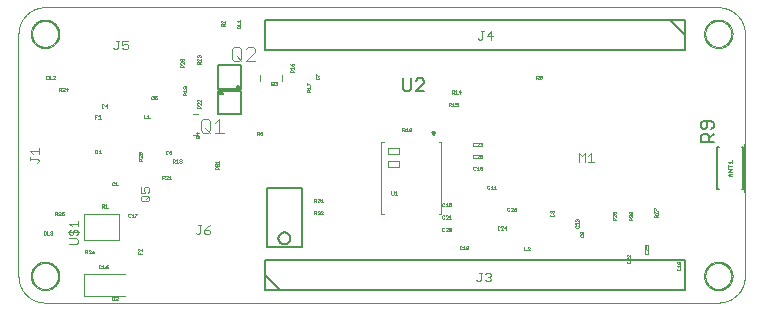
<source format=gto>
G75*
%MOIN*%
%OFA0B0*%
%FSLAX25Y25*%
%IPPOS*%
%LPD*%
%AMOC8*
5,1,8,0,0,1.08239X$1,22.5*
%
%ADD10C,0.00039*%
%ADD11C,0.00098*%
%ADD12C,0.00799*%
%ADD13C,0.00000*%
%ADD14C,0.00300*%
%ADD15C,0.00100*%
%ADD16C,0.00197*%
%ADD17C,0.00394*%
%ADD18C,0.00472*%
%ADD19C,0.00500*%
%ADD20C,0.00200*%
%ADD21C,0.00400*%
D10*
X0111687Y0063551D02*
X0336097Y0063551D01*
X0336311Y0063554D01*
X0336525Y0063561D01*
X0336739Y0063574D01*
X0336952Y0063592D01*
X0337165Y0063616D01*
X0337377Y0063644D01*
X0337588Y0063677D01*
X0337799Y0063716D01*
X0338008Y0063760D01*
X0338217Y0063808D01*
X0338424Y0063862D01*
X0338630Y0063921D01*
X0338834Y0063985D01*
X0339037Y0064053D01*
X0339238Y0064127D01*
X0339437Y0064205D01*
X0339635Y0064288D01*
X0339830Y0064376D01*
X0340023Y0064468D01*
X0340214Y0064566D01*
X0340402Y0064667D01*
X0340588Y0064774D01*
X0340771Y0064884D01*
X0340951Y0065000D01*
X0341129Y0065119D01*
X0341304Y0065243D01*
X0341475Y0065371D01*
X0341644Y0065503D01*
X0341809Y0065639D01*
X0341971Y0065779D01*
X0342129Y0065923D01*
X0342284Y0066070D01*
X0342436Y0066222D01*
X0342583Y0066377D01*
X0342727Y0066535D01*
X0342867Y0066697D01*
X0343003Y0066862D01*
X0343135Y0067031D01*
X0343263Y0067202D01*
X0343387Y0067377D01*
X0343506Y0067555D01*
X0343622Y0067735D01*
X0343732Y0067918D01*
X0343839Y0068104D01*
X0343940Y0068292D01*
X0344038Y0068483D01*
X0344130Y0068676D01*
X0344218Y0068871D01*
X0344301Y0069069D01*
X0344379Y0069268D01*
X0344453Y0069469D01*
X0344521Y0069672D01*
X0344585Y0069876D01*
X0344644Y0070082D01*
X0344698Y0070289D01*
X0344746Y0070498D01*
X0344790Y0070707D01*
X0344829Y0070918D01*
X0344862Y0071129D01*
X0344890Y0071341D01*
X0344914Y0071554D01*
X0344932Y0071767D01*
X0344945Y0071981D01*
X0344952Y0072195D01*
X0344955Y0072409D01*
X0344955Y0153118D01*
X0344952Y0153332D01*
X0344945Y0153546D01*
X0344932Y0153760D01*
X0344914Y0153973D01*
X0344890Y0154186D01*
X0344862Y0154398D01*
X0344829Y0154609D01*
X0344790Y0154820D01*
X0344746Y0155029D01*
X0344698Y0155238D01*
X0344644Y0155445D01*
X0344585Y0155651D01*
X0344521Y0155855D01*
X0344453Y0156058D01*
X0344379Y0156259D01*
X0344301Y0156458D01*
X0344218Y0156656D01*
X0344130Y0156851D01*
X0344038Y0157044D01*
X0343940Y0157235D01*
X0343839Y0157423D01*
X0343732Y0157609D01*
X0343622Y0157792D01*
X0343506Y0157972D01*
X0343387Y0158150D01*
X0343263Y0158325D01*
X0343135Y0158496D01*
X0343003Y0158665D01*
X0342867Y0158830D01*
X0342727Y0158992D01*
X0342583Y0159150D01*
X0342436Y0159305D01*
X0342284Y0159457D01*
X0342129Y0159604D01*
X0341971Y0159748D01*
X0341809Y0159888D01*
X0341644Y0160024D01*
X0341475Y0160156D01*
X0341304Y0160284D01*
X0341129Y0160408D01*
X0340951Y0160527D01*
X0340771Y0160643D01*
X0340588Y0160753D01*
X0340402Y0160860D01*
X0340214Y0160961D01*
X0340023Y0161059D01*
X0339830Y0161151D01*
X0339635Y0161239D01*
X0339437Y0161322D01*
X0339238Y0161400D01*
X0339037Y0161474D01*
X0338834Y0161542D01*
X0338630Y0161606D01*
X0338424Y0161665D01*
X0338217Y0161719D01*
X0338008Y0161767D01*
X0337799Y0161811D01*
X0337588Y0161850D01*
X0337377Y0161883D01*
X0337165Y0161911D01*
X0336952Y0161935D01*
X0336739Y0161953D01*
X0336525Y0161966D01*
X0336311Y0161973D01*
X0336097Y0161976D01*
X0111687Y0161976D01*
X0111473Y0161973D01*
X0111259Y0161966D01*
X0111045Y0161953D01*
X0110832Y0161935D01*
X0110619Y0161911D01*
X0110407Y0161883D01*
X0110196Y0161850D01*
X0109985Y0161811D01*
X0109776Y0161767D01*
X0109567Y0161719D01*
X0109360Y0161665D01*
X0109154Y0161606D01*
X0108950Y0161542D01*
X0108747Y0161474D01*
X0108546Y0161400D01*
X0108347Y0161322D01*
X0108149Y0161239D01*
X0107954Y0161151D01*
X0107761Y0161059D01*
X0107570Y0160961D01*
X0107382Y0160860D01*
X0107196Y0160753D01*
X0107013Y0160643D01*
X0106833Y0160527D01*
X0106655Y0160408D01*
X0106480Y0160284D01*
X0106309Y0160156D01*
X0106140Y0160024D01*
X0105975Y0159888D01*
X0105813Y0159748D01*
X0105655Y0159604D01*
X0105500Y0159457D01*
X0105348Y0159305D01*
X0105201Y0159150D01*
X0105057Y0158992D01*
X0104917Y0158830D01*
X0104781Y0158665D01*
X0104649Y0158496D01*
X0104521Y0158325D01*
X0104397Y0158150D01*
X0104278Y0157972D01*
X0104162Y0157792D01*
X0104052Y0157609D01*
X0103945Y0157423D01*
X0103844Y0157235D01*
X0103746Y0157044D01*
X0103654Y0156851D01*
X0103566Y0156656D01*
X0103483Y0156458D01*
X0103405Y0156259D01*
X0103331Y0156058D01*
X0103263Y0155855D01*
X0103199Y0155651D01*
X0103140Y0155445D01*
X0103086Y0155238D01*
X0103038Y0155029D01*
X0102994Y0154820D01*
X0102955Y0154609D01*
X0102922Y0154398D01*
X0102894Y0154186D01*
X0102870Y0153973D01*
X0102852Y0153760D01*
X0102839Y0153546D01*
X0102832Y0153332D01*
X0102829Y0153118D01*
X0102829Y0072409D01*
X0102832Y0072195D01*
X0102839Y0071981D01*
X0102852Y0071767D01*
X0102870Y0071554D01*
X0102894Y0071341D01*
X0102922Y0071129D01*
X0102955Y0070918D01*
X0102994Y0070707D01*
X0103038Y0070498D01*
X0103086Y0070289D01*
X0103140Y0070082D01*
X0103199Y0069876D01*
X0103263Y0069672D01*
X0103331Y0069469D01*
X0103405Y0069268D01*
X0103483Y0069069D01*
X0103566Y0068871D01*
X0103654Y0068676D01*
X0103746Y0068483D01*
X0103844Y0068292D01*
X0103945Y0068104D01*
X0104052Y0067918D01*
X0104162Y0067735D01*
X0104278Y0067555D01*
X0104397Y0067377D01*
X0104521Y0067202D01*
X0104649Y0067031D01*
X0104781Y0066862D01*
X0104917Y0066697D01*
X0105057Y0066535D01*
X0105201Y0066377D01*
X0105348Y0066222D01*
X0105500Y0066070D01*
X0105655Y0065923D01*
X0105813Y0065779D01*
X0105975Y0065639D01*
X0106140Y0065503D01*
X0106309Y0065371D01*
X0106480Y0065243D01*
X0106655Y0065119D01*
X0106833Y0065000D01*
X0107013Y0064884D01*
X0107196Y0064774D01*
X0107382Y0064667D01*
X0107570Y0064566D01*
X0107761Y0064468D01*
X0107954Y0064376D01*
X0108149Y0064288D01*
X0108347Y0064205D01*
X0108546Y0064127D01*
X0108747Y0064053D01*
X0108950Y0063985D01*
X0109154Y0063921D01*
X0109360Y0063862D01*
X0109567Y0063808D01*
X0109776Y0063760D01*
X0109985Y0063716D01*
X0110196Y0063677D01*
X0110407Y0063644D01*
X0110619Y0063616D01*
X0110832Y0063592D01*
X0111045Y0063574D01*
X0111259Y0063561D01*
X0111473Y0063554D01*
X0111687Y0063551D01*
D11*
X0225860Y0108827D02*
X0229797Y0108827D01*
X0229797Y0110795D01*
X0225860Y0110795D01*
X0225860Y0108827D01*
X0225860Y0112961D02*
X0229797Y0112961D01*
X0229797Y0114929D01*
X0225860Y0114929D01*
X0225860Y0112961D01*
D12*
X0184955Y0147764D02*
X0324955Y0147764D01*
X0324955Y0157764D01*
X0184955Y0157764D01*
X0184955Y0147764D01*
X0319955Y0157764D02*
X0324955Y0152764D01*
X0324955Y0077764D02*
X0184955Y0077764D01*
X0184955Y0067764D01*
X0324955Y0067764D01*
X0324955Y0077764D01*
X0189955Y0067764D02*
X0184955Y0072764D01*
D13*
X0107356Y0072409D02*
X0107358Y0072540D01*
X0107364Y0072672D01*
X0107374Y0072803D01*
X0107388Y0072934D01*
X0107406Y0073064D01*
X0107428Y0073193D01*
X0107453Y0073322D01*
X0107483Y0073450D01*
X0107517Y0073577D01*
X0107554Y0073704D01*
X0107595Y0073828D01*
X0107640Y0073952D01*
X0107689Y0074074D01*
X0107741Y0074195D01*
X0107797Y0074313D01*
X0107857Y0074431D01*
X0107920Y0074546D01*
X0107987Y0074659D01*
X0108057Y0074771D01*
X0108130Y0074880D01*
X0108206Y0074986D01*
X0108286Y0075091D01*
X0108369Y0075193D01*
X0108455Y0075292D01*
X0108544Y0075389D01*
X0108636Y0075483D01*
X0108731Y0075574D01*
X0108828Y0075663D01*
X0108928Y0075748D01*
X0109031Y0075830D01*
X0109136Y0075909D01*
X0109243Y0075985D01*
X0109353Y0076057D01*
X0109465Y0076126D01*
X0109579Y0076192D01*
X0109694Y0076254D01*
X0109812Y0076313D01*
X0109931Y0076368D01*
X0110052Y0076420D01*
X0110175Y0076467D01*
X0110299Y0076511D01*
X0110424Y0076552D01*
X0110550Y0076588D01*
X0110678Y0076621D01*
X0110806Y0076649D01*
X0110935Y0076674D01*
X0111065Y0076695D01*
X0111195Y0076712D01*
X0111326Y0076725D01*
X0111457Y0076734D01*
X0111588Y0076739D01*
X0111720Y0076740D01*
X0111851Y0076737D01*
X0111983Y0076730D01*
X0112114Y0076719D01*
X0112244Y0076704D01*
X0112374Y0076685D01*
X0112504Y0076662D01*
X0112632Y0076636D01*
X0112760Y0076605D01*
X0112887Y0076570D01*
X0113013Y0076532D01*
X0113137Y0076490D01*
X0113261Y0076444D01*
X0113382Y0076394D01*
X0113502Y0076341D01*
X0113621Y0076284D01*
X0113738Y0076224D01*
X0113852Y0076160D01*
X0113965Y0076092D01*
X0114076Y0076021D01*
X0114185Y0075947D01*
X0114291Y0075870D01*
X0114395Y0075789D01*
X0114496Y0075706D01*
X0114595Y0075619D01*
X0114691Y0075529D01*
X0114784Y0075436D01*
X0114875Y0075341D01*
X0114962Y0075243D01*
X0115047Y0075142D01*
X0115128Y0075039D01*
X0115206Y0074933D01*
X0115281Y0074825D01*
X0115353Y0074715D01*
X0115421Y0074603D01*
X0115486Y0074489D01*
X0115547Y0074372D01*
X0115605Y0074254D01*
X0115659Y0074134D01*
X0115710Y0074013D01*
X0115757Y0073890D01*
X0115800Y0073766D01*
X0115839Y0073641D01*
X0115875Y0073514D01*
X0115906Y0073386D01*
X0115934Y0073258D01*
X0115958Y0073129D01*
X0115978Y0072999D01*
X0115994Y0072868D01*
X0116006Y0072737D01*
X0116014Y0072606D01*
X0116018Y0072475D01*
X0116018Y0072343D01*
X0116014Y0072212D01*
X0116006Y0072081D01*
X0115994Y0071950D01*
X0115978Y0071819D01*
X0115958Y0071689D01*
X0115934Y0071560D01*
X0115906Y0071432D01*
X0115875Y0071304D01*
X0115839Y0071177D01*
X0115800Y0071052D01*
X0115757Y0070928D01*
X0115710Y0070805D01*
X0115659Y0070684D01*
X0115605Y0070564D01*
X0115547Y0070446D01*
X0115486Y0070329D01*
X0115421Y0070215D01*
X0115353Y0070103D01*
X0115281Y0069993D01*
X0115206Y0069885D01*
X0115128Y0069779D01*
X0115047Y0069676D01*
X0114962Y0069575D01*
X0114875Y0069477D01*
X0114784Y0069382D01*
X0114691Y0069289D01*
X0114595Y0069199D01*
X0114496Y0069112D01*
X0114395Y0069029D01*
X0114291Y0068948D01*
X0114185Y0068871D01*
X0114076Y0068797D01*
X0113965Y0068726D01*
X0113853Y0068658D01*
X0113738Y0068594D01*
X0113621Y0068534D01*
X0113502Y0068477D01*
X0113382Y0068424D01*
X0113261Y0068374D01*
X0113137Y0068328D01*
X0113013Y0068286D01*
X0112887Y0068248D01*
X0112760Y0068213D01*
X0112632Y0068182D01*
X0112504Y0068156D01*
X0112374Y0068133D01*
X0112244Y0068114D01*
X0112114Y0068099D01*
X0111983Y0068088D01*
X0111851Y0068081D01*
X0111720Y0068078D01*
X0111588Y0068079D01*
X0111457Y0068084D01*
X0111326Y0068093D01*
X0111195Y0068106D01*
X0111065Y0068123D01*
X0110935Y0068144D01*
X0110806Y0068169D01*
X0110678Y0068197D01*
X0110550Y0068230D01*
X0110424Y0068266D01*
X0110299Y0068307D01*
X0110175Y0068351D01*
X0110052Y0068398D01*
X0109931Y0068450D01*
X0109812Y0068505D01*
X0109694Y0068564D01*
X0109579Y0068626D01*
X0109465Y0068692D01*
X0109353Y0068761D01*
X0109243Y0068833D01*
X0109136Y0068909D01*
X0109031Y0068988D01*
X0108928Y0069070D01*
X0108828Y0069155D01*
X0108731Y0069244D01*
X0108636Y0069335D01*
X0108544Y0069429D01*
X0108455Y0069526D01*
X0108369Y0069625D01*
X0108286Y0069727D01*
X0108206Y0069832D01*
X0108130Y0069938D01*
X0108057Y0070047D01*
X0107987Y0070159D01*
X0107920Y0070272D01*
X0107857Y0070387D01*
X0107797Y0070505D01*
X0107741Y0070623D01*
X0107689Y0070744D01*
X0107640Y0070866D01*
X0107595Y0070990D01*
X0107554Y0071114D01*
X0107517Y0071241D01*
X0107483Y0071368D01*
X0107453Y0071496D01*
X0107428Y0071625D01*
X0107406Y0071754D01*
X0107388Y0071884D01*
X0107374Y0072015D01*
X0107364Y0072146D01*
X0107358Y0072278D01*
X0107356Y0072409D01*
X0107356Y0153118D02*
X0107358Y0153249D01*
X0107364Y0153381D01*
X0107374Y0153512D01*
X0107388Y0153643D01*
X0107406Y0153773D01*
X0107428Y0153902D01*
X0107453Y0154031D01*
X0107483Y0154159D01*
X0107517Y0154286D01*
X0107554Y0154413D01*
X0107595Y0154537D01*
X0107640Y0154661D01*
X0107689Y0154783D01*
X0107741Y0154904D01*
X0107797Y0155022D01*
X0107857Y0155140D01*
X0107920Y0155255D01*
X0107987Y0155368D01*
X0108057Y0155480D01*
X0108130Y0155589D01*
X0108206Y0155695D01*
X0108286Y0155800D01*
X0108369Y0155902D01*
X0108455Y0156001D01*
X0108544Y0156098D01*
X0108636Y0156192D01*
X0108731Y0156283D01*
X0108828Y0156372D01*
X0108928Y0156457D01*
X0109031Y0156539D01*
X0109136Y0156618D01*
X0109243Y0156694D01*
X0109353Y0156766D01*
X0109465Y0156835D01*
X0109579Y0156901D01*
X0109694Y0156963D01*
X0109812Y0157022D01*
X0109931Y0157077D01*
X0110052Y0157129D01*
X0110175Y0157176D01*
X0110299Y0157220D01*
X0110424Y0157261D01*
X0110550Y0157297D01*
X0110678Y0157330D01*
X0110806Y0157358D01*
X0110935Y0157383D01*
X0111065Y0157404D01*
X0111195Y0157421D01*
X0111326Y0157434D01*
X0111457Y0157443D01*
X0111588Y0157448D01*
X0111720Y0157449D01*
X0111851Y0157446D01*
X0111983Y0157439D01*
X0112114Y0157428D01*
X0112244Y0157413D01*
X0112374Y0157394D01*
X0112504Y0157371D01*
X0112632Y0157345D01*
X0112760Y0157314D01*
X0112887Y0157279D01*
X0113013Y0157241D01*
X0113137Y0157199D01*
X0113261Y0157153D01*
X0113382Y0157103D01*
X0113502Y0157050D01*
X0113621Y0156993D01*
X0113738Y0156933D01*
X0113852Y0156869D01*
X0113965Y0156801D01*
X0114076Y0156730D01*
X0114185Y0156656D01*
X0114291Y0156579D01*
X0114395Y0156498D01*
X0114496Y0156415D01*
X0114595Y0156328D01*
X0114691Y0156238D01*
X0114784Y0156145D01*
X0114875Y0156050D01*
X0114962Y0155952D01*
X0115047Y0155851D01*
X0115128Y0155748D01*
X0115206Y0155642D01*
X0115281Y0155534D01*
X0115353Y0155424D01*
X0115421Y0155312D01*
X0115486Y0155198D01*
X0115547Y0155081D01*
X0115605Y0154963D01*
X0115659Y0154843D01*
X0115710Y0154722D01*
X0115757Y0154599D01*
X0115800Y0154475D01*
X0115839Y0154350D01*
X0115875Y0154223D01*
X0115906Y0154095D01*
X0115934Y0153967D01*
X0115958Y0153838D01*
X0115978Y0153708D01*
X0115994Y0153577D01*
X0116006Y0153446D01*
X0116014Y0153315D01*
X0116018Y0153184D01*
X0116018Y0153052D01*
X0116014Y0152921D01*
X0116006Y0152790D01*
X0115994Y0152659D01*
X0115978Y0152528D01*
X0115958Y0152398D01*
X0115934Y0152269D01*
X0115906Y0152141D01*
X0115875Y0152013D01*
X0115839Y0151886D01*
X0115800Y0151761D01*
X0115757Y0151637D01*
X0115710Y0151514D01*
X0115659Y0151393D01*
X0115605Y0151273D01*
X0115547Y0151155D01*
X0115486Y0151038D01*
X0115421Y0150924D01*
X0115353Y0150812D01*
X0115281Y0150702D01*
X0115206Y0150594D01*
X0115128Y0150488D01*
X0115047Y0150385D01*
X0114962Y0150284D01*
X0114875Y0150186D01*
X0114784Y0150091D01*
X0114691Y0149998D01*
X0114595Y0149908D01*
X0114496Y0149821D01*
X0114395Y0149738D01*
X0114291Y0149657D01*
X0114185Y0149580D01*
X0114076Y0149506D01*
X0113965Y0149435D01*
X0113853Y0149367D01*
X0113738Y0149303D01*
X0113621Y0149243D01*
X0113502Y0149186D01*
X0113382Y0149133D01*
X0113261Y0149083D01*
X0113137Y0149037D01*
X0113013Y0148995D01*
X0112887Y0148957D01*
X0112760Y0148922D01*
X0112632Y0148891D01*
X0112504Y0148865D01*
X0112374Y0148842D01*
X0112244Y0148823D01*
X0112114Y0148808D01*
X0111983Y0148797D01*
X0111851Y0148790D01*
X0111720Y0148787D01*
X0111588Y0148788D01*
X0111457Y0148793D01*
X0111326Y0148802D01*
X0111195Y0148815D01*
X0111065Y0148832D01*
X0110935Y0148853D01*
X0110806Y0148878D01*
X0110678Y0148906D01*
X0110550Y0148939D01*
X0110424Y0148975D01*
X0110299Y0149016D01*
X0110175Y0149060D01*
X0110052Y0149107D01*
X0109931Y0149159D01*
X0109812Y0149214D01*
X0109694Y0149273D01*
X0109579Y0149335D01*
X0109465Y0149401D01*
X0109353Y0149470D01*
X0109243Y0149542D01*
X0109136Y0149618D01*
X0109031Y0149697D01*
X0108928Y0149779D01*
X0108828Y0149864D01*
X0108731Y0149953D01*
X0108636Y0150044D01*
X0108544Y0150138D01*
X0108455Y0150235D01*
X0108369Y0150334D01*
X0108286Y0150436D01*
X0108206Y0150541D01*
X0108130Y0150647D01*
X0108057Y0150756D01*
X0107987Y0150868D01*
X0107920Y0150981D01*
X0107857Y0151096D01*
X0107797Y0151214D01*
X0107741Y0151332D01*
X0107689Y0151453D01*
X0107640Y0151575D01*
X0107595Y0151699D01*
X0107554Y0151823D01*
X0107517Y0151950D01*
X0107483Y0152077D01*
X0107453Y0152205D01*
X0107428Y0152334D01*
X0107406Y0152463D01*
X0107388Y0152593D01*
X0107374Y0152724D01*
X0107364Y0152855D01*
X0107358Y0152987D01*
X0107356Y0153118D01*
X0331766Y0153118D02*
X0331768Y0153249D01*
X0331774Y0153381D01*
X0331784Y0153512D01*
X0331798Y0153643D01*
X0331816Y0153773D01*
X0331838Y0153902D01*
X0331863Y0154031D01*
X0331893Y0154159D01*
X0331927Y0154286D01*
X0331964Y0154413D01*
X0332005Y0154537D01*
X0332050Y0154661D01*
X0332099Y0154783D01*
X0332151Y0154904D01*
X0332207Y0155022D01*
X0332267Y0155140D01*
X0332330Y0155255D01*
X0332397Y0155368D01*
X0332467Y0155480D01*
X0332540Y0155589D01*
X0332616Y0155695D01*
X0332696Y0155800D01*
X0332779Y0155902D01*
X0332865Y0156001D01*
X0332954Y0156098D01*
X0333046Y0156192D01*
X0333141Y0156283D01*
X0333238Y0156372D01*
X0333338Y0156457D01*
X0333441Y0156539D01*
X0333546Y0156618D01*
X0333653Y0156694D01*
X0333763Y0156766D01*
X0333875Y0156835D01*
X0333989Y0156901D01*
X0334104Y0156963D01*
X0334222Y0157022D01*
X0334341Y0157077D01*
X0334462Y0157129D01*
X0334585Y0157176D01*
X0334709Y0157220D01*
X0334834Y0157261D01*
X0334960Y0157297D01*
X0335088Y0157330D01*
X0335216Y0157358D01*
X0335345Y0157383D01*
X0335475Y0157404D01*
X0335605Y0157421D01*
X0335736Y0157434D01*
X0335867Y0157443D01*
X0335998Y0157448D01*
X0336130Y0157449D01*
X0336261Y0157446D01*
X0336393Y0157439D01*
X0336524Y0157428D01*
X0336654Y0157413D01*
X0336784Y0157394D01*
X0336914Y0157371D01*
X0337042Y0157345D01*
X0337170Y0157314D01*
X0337297Y0157279D01*
X0337423Y0157241D01*
X0337547Y0157199D01*
X0337671Y0157153D01*
X0337792Y0157103D01*
X0337912Y0157050D01*
X0338031Y0156993D01*
X0338148Y0156933D01*
X0338262Y0156869D01*
X0338375Y0156801D01*
X0338486Y0156730D01*
X0338595Y0156656D01*
X0338701Y0156579D01*
X0338805Y0156498D01*
X0338906Y0156415D01*
X0339005Y0156328D01*
X0339101Y0156238D01*
X0339194Y0156145D01*
X0339285Y0156050D01*
X0339372Y0155952D01*
X0339457Y0155851D01*
X0339538Y0155748D01*
X0339616Y0155642D01*
X0339691Y0155534D01*
X0339763Y0155424D01*
X0339831Y0155312D01*
X0339896Y0155198D01*
X0339957Y0155081D01*
X0340015Y0154963D01*
X0340069Y0154843D01*
X0340120Y0154722D01*
X0340167Y0154599D01*
X0340210Y0154475D01*
X0340249Y0154350D01*
X0340285Y0154223D01*
X0340316Y0154095D01*
X0340344Y0153967D01*
X0340368Y0153838D01*
X0340388Y0153708D01*
X0340404Y0153577D01*
X0340416Y0153446D01*
X0340424Y0153315D01*
X0340428Y0153184D01*
X0340428Y0153052D01*
X0340424Y0152921D01*
X0340416Y0152790D01*
X0340404Y0152659D01*
X0340388Y0152528D01*
X0340368Y0152398D01*
X0340344Y0152269D01*
X0340316Y0152141D01*
X0340285Y0152013D01*
X0340249Y0151886D01*
X0340210Y0151761D01*
X0340167Y0151637D01*
X0340120Y0151514D01*
X0340069Y0151393D01*
X0340015Y0151273D01*
X0339957Y0151155D01*
X0339896Y0151038D01*
X0339831Y0150924D01*
X0339763Y0150812D01*
X0339691Y0150702D01*
X0339616Y0150594D01*
X0339538Y0150488D01*
X0339457Y0150385D01*
X0339372Y0150284D01*
X0339285Y0150186D01*
X0339194Y0150091D01*
X0339101Y0149998D01*
X0339005Y0149908D01*
X0338906Y0149821D01*
X0338805Y0149738D01*
X0338701Y0149657D01*
X0338595Y0149580D01*
X0338486Y0149506D01*
X0338375Y0149435D01*
X0338263Y0149367D01*
X0338148Y0149303D01*
X0338031Y0149243D01*
X0337912Y0149186D01*
X0337792Y0149133D01*
X0337671Y0149083D01*
X0337547Y0149037D01*
X0337423Y0148995D01*
X0337297Y0148957D01*
X0337170Y0148922D01*
X0337042Y0148891D01*
X0336914Y0148865D01*
X0336784Y0148842D01*
X0336654Y0148823D01*
X0336524Y0148808D01*
X0336393Y0148797D01*
X0336261Y0148790D01*
X0336130Y0148787D01*
X0335998Y0148788D01*
X0335867Y0148793D01*
X0335736Y0148802D01*
X0335605Y0148815D01*
X0335475Y0148832D01*
X0335345Y0148853D01*
X0335216Y0148878D01*
X0335088Y0148906D01*
X0334960Y0148939D01*
X0334834Y0148975D01*
X0334709Y0149016D01*
X0334585Y0149060D01*
X0334462Y0149107D01*
X0334341Y0149159D01*
X0334222Y0149214D01*
X0334104Y0149273D01*
X0333989Y0149335D01*
X0333875Y0149401D01*
X0333763Y0149470D01*
X0333653Y0149542D01*
X0333546Y0149618D01*
X0333441Y0149697D01*
X0333338Y0149779D01*
X0333238Y0149864D01*
X0333141Y0149953D01*
X0333046Y0150044D01*
X0332954Y0150138D01*
X0332865Y0150235D01*
X0332779Y0150334D01*
X0332696Y0150436D01*
X0332616Y0150541D01*
X0332540Y0150647D01*
X0332467Y0150756D01*
X0332397Y0150868D01*
X0332330Y0150981D01*
X0332267Y0151096D01*
X0332207Y0151214D01*
X0332151Y0151332D01*
X0332099Y0151453D01*
X0332050Y0151575D01*
X0332005Y0151699D01*
X0331964Y0151823D01*
X0331927Y0151950D01*
X0331893Y0152077D01*
X0331863Y0152205D01*
X0331838Y0152334D01*
X0331816Y0152463D01*
X0331798Y0152593D01*
X0331784Y0152724D01*
X0331774Y0152855D01*
X0331768Y0152987D01*
X0331766Y0153118D01*
X0331766Y0072409D02*
X0331768Y0072540D01*
X0331774Y0072672D01*
X0331784Y0072803D01*
X0331798Y0072934D01*
X0331816Y0073064D01*
X0331838Y0073193D01*
X0331863Y0073322D01*
X0331893Y0073450D01*
X0331927Y0073577D01*
X0331964Y0073704D01*
X0332005Y0073828D01*
X0332050Y0073952D01*
X0332099Y0074074D01*
X0332151Y0074195D01*
X0332207Y0074313D01*
X0332267Y0074431D01*
X0332330Y0074546D01*
X0332397Y0074659D01*
X0332467Y0074771D01*
X0332540Y0074880D01*
X0332616Y0074986D01*
X0332696Y0075091D01*
X0332779Y0075193D01*
X0332865Y0075292D01*
X0332954Y0075389D01*
X0333046Y0075483D01*
X0333141Y0075574D01*
X0333238Y0075663D01*
X0333338Y0075748D01*
X0333441Y0075830D01*
X0333546Y0075909D01*
X0333653Y0075985D01*
X0333763Y0076057D01*
X0333875Y0076126D01*
X0333989Y0076192D01*
X0334104Y0076254D01*
X0334222Y0076313D01*
X0334341Y0076368D01*
X0334462Y0076420D01*
X0334585Y0076467D01*
X0334709Y0076511D01*
X0334834Y0076552D01*
X0334960Y0076588D01*
X0335088Y0076621D01*
X0335216Y0076649D01*
X0335345Y0076674D01*
X0335475Y0076695D01*
X0335605Y0076712D01*
X0335736Y0076725D01*
X0335867Y0076734D01*
X0335998Y0076739D01*
X0336130Y0076740D01*
X0336261Y0076737D01*
X0336393Y0076730D01*
X0336524Y0076719D01*
X0336654Y0076704D01*
X0336784Y0076685D01*
X0336914Y0076662D01*
X0337042Y0076636D01*
X0337170Y0076605D01*
X0337297Y0076570D01*
X0337423Y0076532D01*
X0337547Y0076490D01*
X0337671Y0076444D01*
X0337792Y0076394D01*
X0337912Y0076341D01*
X0338031Y0076284D01*
X0338148Y0076224D01*
X0338262Y0076160D01*
X0338375Y0076092D01*
X0338486Y0076021D01*
X0338595Y0075947D01*
X0338701Y0075870D01*
X0338805Y0075789D01*
X0338906Y0075706D01*
X0339005Y0075619D01*
X0339101Y0075529D01*
X0339194Y0075436D01*
X0339285Y0075341D01*
X0339372Y0075243D01*
X0339457Y0075142D01*
X0339538Y0075039D01*
X0339616Y0074933D01*
X0339691Y0074825D01*
X0339763Y0074715D01*
X0339831Y0074603D01*
X0339896Y0074489D01*
X0339957Y0074372D01*
X0340015Y0074254D01*
X0340069Y0074134D01*
X0340120Y0074013D01*
X0340167Y0073890D01*
X0340210Y0073766D01*
X0340249Y0073641D01*
X0340285Y0073514D01*
X0340316Y0073386D01*
X0340344Y0073258D01*
X0340368Y0073129D01*
X0340388Y0072999D01*
X0340404Y0072868D01*
X0340416Y0072737D01*
X0340424Y0072606D01*
X0340428Y0072475D01*
X0340428Y0072343D01*
X0340424Y0072212D01*
X0340416Y0072081D01*
X0340404Y0071950D01*
X0340388Y0071819D01*
X0340368Y0071689D01*
X0340344Y0071560D01*
X0340316Y0071432D01*
X0340285Y0071304D01*
X0340249Y0071177D01*
X0340210Y0071052D01*
X0340167Y0070928D01*
X0340120Y0070805D01*
X0340069Y0070684D01*
X0340015Y0070564D01*
X0339957Y0070446D01*
X0339896Y0070329D01*
X0339831Y0070215D01*
X0339763Y0070103D01*
X0339691Y0069993D01*
X0339616Y0069885D01*
X0339538Y0069779D01*
X0339457Y0069676D01*
X0339372Y0069575D01*
X0339285Y0069477D01*
X0339194Y0069382D01*
X0339101Y0069289D01*
X0339005Y0069199D01*
X0338906Y0069112D01*
X0338805Y0069029D01*
X0338701Y0068948D01*
X0338595Y0068871D01*
X0338486Y0068797D01*
X0338375Y0068726D01*
X0338263Y0068658D01*
X0338148Y0068594D01*
X0338031Y0068534D01*
X0337912Y0068477D01*
X0337792Y0068424D01*
X0337671Y0068374D01*
X0337547Y0068328D01*
X0337423Y0068286D01*
X0337297Y0068248D01*
X0337170Y0068213D01*
X0337042Y0068182D01*
X0336914Y0068156D01*
X0336784Y0068133D01*
X0336654Y0068114D01*
X0336524Y0068099D01*
X0336393Y0068088D01*
X0336261Y0068081D01*
X0336130Y0068078D01*
X0335998Y0068079D01*
X0335867Y0068084D01*
X0335736Y0068093D01*
X0335605Y0068106D01*
X0335475Y0068123D01*
X0335345Y0068144D01*
X0335216Y0068169D01*
X0335088Y0068197D01*
X0334960Y0068230D01*
X0334834Y0068266D01*
X0334709Y0068307D01*
X0334585Y0068351D01*
X0334462Y0068398D01*
X0334341Y0068450D01*
X0334222Y0068505D01*
X0334104Y0068564D01*
X0333989Y0068626D01*
X0333875Y0068692D01*
X0333763Y0068761D01*
X0333653Y0068833D01*
X0333546Y0068909D01*
X0333441Y0068988D01*
X0333338Y0069070D01*
X0333238Y0069155D01*
X0333141Y0069244D01*
X0333046Y0069335D01*
X0332954Y0069429D01*
X0332865Y0069526D01*
X0332779Y0069625D01*
X0332696Y0069727D01*
X0332616Y0069832D01*
X0332540Y0069938D01*
X0332467Y0070047D01*
X0332397Y0070159D01*
X0332330Y0070272D01*
X0332267Y0070387D01*
X0332207Y0070505D01*
X0332151Y0070623D01*
X0332099Y0070744D01*
X0332050Y0070866D01*
X0332005Y0070990D01*
X0331964Y0071114D01*
X0331927Y0071241D01*
X0331893Y0071368D01*
X0331863Y0071496D01*
X0331838Y0071625D01*
X0331816Y0071754D01*
X0331798Y0071884D01*
X0331784Y0072015D01*
X0331774Y0072146D01*
X0331768Y0072278D01*
X0331766Y0072409D01*
D14*
X0260295Y0072515D02*
X0259811Y0072031D01*
X0260295Y0071547D01*
X0260295Y0071064D01*
X0259811Y0070580D01*
X0258844Y0070580D01*
X0258360Y0071064D01*
X0259328Y0072031D02*
X0259811Y0072031D01*
X0260295Y0072515D02*
X0260295Y0072999D01*
X0259811Y0073482D01*
X0258844Y0073482D01*
X0258360Y0072999D01*
X0257348Y0073482D02*
X0256381Y0073482D01*
X0256865Y0073482D02*
X0256865Y0071064D01*
X0256381Y0070580D01*
X0255897Y0070580D01*
X0255414Y0071064D01*
X0166719Y0086823D02*
X0166719Y0087306D01*
X0166235Y0087790D01*
X0164784Y0087790D01*
X0164784Y0086823D01*
X0165268Y0086339D01*
X0166235Y0086339D01*
X0166719Y0086823D01*
X0165751Y0088758D02*
X0164784Y0087790D01*
X0165751Y0088758D02*
X0166719Y0089241D01*
X0163772Y0089241D02*
X0162805Y0089241D01*
X0163288Y0089241D02*
X0163288Y0086823D01*
X0162805Y0086339D01*
X0162321Y0086339D01*
X0161837Y0086823D01*
X0146450Y0097741D02*
X0145966Y0097257D01*
X0144031Y0097257D01*
X0143547Y0097741D01*
X0143547Y0098708D01*
X0144031Y0099192D01*
X0145966Y0099192D01*
X0146450Y0098708D01*
X0146450Y0097741D01*
X0145482Y0098224D02*
X0146450Y0099192D01*
X0145966Y0100203D02*
X0146450Y0100687D01*
X0146450Y0101655D01*
X0145966Y0102138D01*
X0144999Y0102138D01*
X0144515Y0101655D01*
X0144515Y0101171D01*
X0144999Y0100203D01*
X0143547Y0100203D01*
X0143547Y0102138D01*
X0109624Y0110590D02*
X0109624Y0111074D01*
X0109140Y0111558D01*
X0106722Y0111558D01*
X0106722Y0112041D02*
X0106722Y0111074D01*
X0107689Y0113053D02*
X0106722Y0114020D01*
X0109624Y0114020D01*
X0109624Y0113053D02*
X0109624Y0114988D01*
X0109624Y0110590D02*
X0109140Y0110106D01*
X0134971Y0147903D02*
X0135455Y0147903D01*
X0135939Y0148386D01*
X0135939Y0150805D01*
X0135455Y0150805D02*
X0136423Y0150805D01*
X0137434Y0150805D02*
X0137434Y0149354D01*
X0138402Y0149838D01*
X0138885Y0149838D01*
X0139369Y0149354D01*
X0139369Y0148386D01*
X0138885Y0147903D01*
X0137918Y0147903D01*
X0137434Y0148386D01*
X0137434Y0150805D02*
X0139369Y0150805D01*
X0134971Y0147903D02*
X0134488Y0148386D01*
X0255963Y0151575D02*
X0256447Y0151092D01*
X0256931Y0151092D01*
X0257414Y0151575D01*
X0257414Y0153994D01*
X0256931Y0153994D02*
X0257898Y0153994D01*
X0258910Y0152543D02*
X0260845Y0152543D01*
X0260361Y0153994D02*
X0258910Y0152543D01*
X0260361Y0151092D02*
X0260361Y0153994D01*
X0289658Y0113252D02*
X0290626Y0112284D01*
X0291593Y0113252D01*
X0291593Y0110349D01*
X0292605Y0110349D02*
X0294540Y0110349D01*
X0293572Y0110349D02*
X0293572Y0113252D01*
X0292605Y0112284D01*
X0289658Y0113252D02*
X0289658Y0110349D01*
D15*
X0262020Y0101456D02*
X0261286Y0101456D01*
X0261653Y0101456D02*
X0261653Y0102557D01*
X0261286Y0102190D01*
X0260915Y0101456D02*
X0260181Y0101456D01*
X0260548Y0101456D02*
X0260548Y0102557D01*
X0260181Y0102190D01*
X0259810Y0102374D02*
X0259626Y0102557D01*
X0259259Y0102557D01*
X0259076Y0102374D01*
X0259076Y0101640D01*
X0259259Y0101456D01*
X0259626Y0101456D01*
X0259810Y0101640D01*
X0257228Y0107761D02*
X0257411Y0107944D01*
X0257411Y0108678D01*
X0257228Y0108862D01*
X0256861Y0108862D01*
X0256677Y0108678D01*
X0256677Y0108495D01*
X0256861Y0108311D01*
X0257411Y0108311D01*
X0257228Y0107761D02*
X0256861Y0107761D01*
X0256677Y0107944D01*
X0256306Y0107761D02*
X0255572Y0107761D01*
X0255939Y0107761D02*
X0255939Y0108862D01*
X0255572Y0108495D01*
X0255201Y0108678D02*
X0255018Y0108862D01*
X0254651Y0108862D01*
X0254467Y0108678D01*
X0254467Y0107944D01*
X0254651Y0107761D01*
X0255018Y0107761D01*
X0255201Y0107944D01*
X0255018Y0111702D02*
X0255201Y0111885D01*
X0255018Y0111702D02*
X0254651Y0111702D01*
X0254467Y0111885D01*
X0254467Y0112619D01*
X0254651Y0112803D01*
X0255018Y0112803D01*
X0255201Y0112619D01*
X0255572Y0112619D02*
X0255756Y0112803D01*
X0256123Y0112803D01*
X0256306Y0112619D01*
X0256306Y0112436D01*
X0255572Y0111702D01*
X0256306Y0111702D01*
X0256677Y0111885D02*
X0256677Y0112069D01*
X0256861Y0112252D01*
X0257228Y0112252D01*
X0257411Y0112069D01*
X0257411Y0111885D01*
X0257228Y0111702D01*
X0256861Y0111702D01*
X0256677Y0111885D01*
X0256861Y0112252D02*
X0256677Y0112436D01*
X0256677Y0112619D01*
X0256861Y0112803D01*
X0257228Y0112803D01*
X0257411Y0112619D01*
X0257411Y0112436D01*
X0257228Y0112252D01*
X0257228Y0115696D02*
X0256861Y0115696D01*
X0256677Y0115880D01*
X0256306Y0115696D02*
X0255572Y0115696D01*
X0256306Y0116430D01*
X0256306Y0116614D01*
X0256123Y0116797D01*
X0255756Y0116797D01*
X0255572Y0116614D01*
X0255201Y0116614D02*
X0255018Y0116797D01*
X0254651Y0116797D01*
X0254467Y0116614D01*
X0254467Y0115880D01*
X0254651Y0115696D01*
X0255018Y0115696D01*
X0255201Y0115880D01*
X0256677Y0116614D02*
X0256861Y0116797D01*
X0257228Y0116797D01*
X0257411Y0116614D01*
X0257411Y0116430D01*
X0257228Y0116247D01*
X0257411Y0116063D01*
X0257411Y0115880D01*
X0257228Y0115696D01*
X0257228Y0116247D02*
X0257044Y0116247D01*
X0233727Y0120813D02*
X0233543Y0120630D01*
X0233176Y0120630D01*
X0232993Y0120813D01*
X0233727Y0121547D01*
X0233727Y0120813D01*
X0233727Y0121547D02*
X0233543Y0121730D01*
X0233176Y0121730D01*
X0232993Y0121547D01*
X0232993Y0120813D01*
X0232622Y0120630D02*
X0231888Y0120630D01*
X0232255Y0120630D02*
X0232255Y0121730D01*
X0231888Y0121363D01*
X0231517Y0121180D02*
X0231334Y0120997D01*
X0230783Y0120997D01*
X0231150Y0120997D02*
X0231517Y0120630D01*
X0231517Y0121180D02*
X0231517Y0121547D01*
X0231334Y0121730D01*
X0230783Y0121730D01*
X0230783Y0120630D01*
X0246225Y0129049D02*
X0246225Y0130150D01*
X0246776Y0130150D01*
X0246959Y0129966D01*
X0246959Y0129599D01*
X0246776Y0129416D01*
X0246225Y0129416D01*
X0246592Y0129416D02*
X0246959Y0129049D01*
X0247330Y0129049D02*
X0248064Y0129049D01*
X0247697Y0129049D02*
X0247697Y0130150D01*
X0247330Y0129783D01*
X0248435Y0129599D02*
X0248802Y0129783D01*
X0248986Y0129783D01*
X0249169Y0129599D01*
X0249169Y0129233D01*
X0248986Y0129049D01*
X0248619Y0129049D01*
X0248435Y0129233D01*
X0248435Y0129599D02*
X0248435Y0130150D01*
X0249169Y0130150D01*
X0249186Y0133188D02*
X0248452Y0133188D01*
X0248819Y0133188D02*
X0248819Y0134289D01*
X0248452Y0133922D01*
X0248081Y0134105D02*
X0248081Y0133738D01*
X0247898Y0133555D01*
X0247347Y0133555D01*
X0247347Y0133188D02*
X0247347Y0134289D01*
X0247898Y0134289D01*
X0248081Y0134105D01*
X0247714Y0133555D02*
X0248081Y0133188D01*
X0249557Y0133738D02*
X0250291Y0133738D01*
X0250108Y0133188D02*
X0250108Y0134289D01*
X0249557Y0133738D01*
X0275458Y0138129D02*
X0275458Y0139230D01*
X0276008Y0139230D01*
X0276192Y0139046D01*
X0276192Y0138679D01*
X0276008Y0138496D01*
X0275458Y0138496D01*
X0275825Y0138496D02*
X0276192Y0138129D01*
X0276563Y0138312D02*
X0276563Y0138496D01*
X0276746Y0138679D01*
X0277113Y0138679D01*
X0277297Y0138496D01*
X0277297Y0138312D01*
X0277113Y0138129D01*
X0276746Y0138129D01*
X0276563Y0138312D01*
X0276746Y0138679D02*
X0276563Y0138863D01*
X0276563Y0139046D01*
X0276746Y0139230D01*
X0277113Y0139230D01*
X0277297Y0139046D01*
X0277297Y0138863D01*
X0277113Y0138679D01*
X0202976Y0138551D02*
X0202792Y0138735D01*
X0202976Y0138551D02*
X0202976Y0138184D01*
X0202792Y0138001D01*
X0202058Y0138001D01*
X0201875Y0138184D01*
X0201875Y0138551D01*
X0202058Y0138735D01*
X0201875Y0139106D02*
X0201875Y0139840D01*
X0202058Y0139840D01*
X0202792Y0139106D01*
X0202976Y0139106D01*
X0200022Y0135971D02*
X0199839Y0135971D01*
X0199105Y0136705D01*
X0198921Y0136705D01*
X0198921Y0135971D01*
X0198921Y0135233D02*
X0200022Y0135233D01*
X0200022Y0134866D02*
X0200022Y0135600D01*
X0199288Y0134866D02*
X0198921Y0135233D01*
X0199105Y0134495D02*
X0199472Y0134495D01*
X0199655Y0134311D01*
X0199655Y0133761D01*
X0199655Y0134128D02*
X0200022Y0134495D01*
X0200022Y0133761D02*
X0198921Y0133761D01*
X0198921Y0134311D01*
X0199105Y0134495D01*
X0188965Y0136207D02*
X0188781Y0136023D01*
X0188414Y0136023D01*
X0188231Y0136207D01*
X0187860Y0136207D02*
X0187676Y0136023D01*
X0187309Y0136023D01*
X0187126Y0136207D01*
X0187126Y0136941D01*
X0187309Y0137124D01*
X0187676Y0137124D01*
X0187860Y0136941D01*
X0187860Y0136207D01*
X0187860Y0136023D02*
X0187493Y0136390D01*
X0188231Y0136941D02*
X0188414Y0137124D01*
X0188781Y0137124D01*
X0188965Y0136941D01*
X0188965Y0136757D01*
X0188781Y0136574D01*
X0188965Y0136390D01*
X0188965Y0136207D01*
X0188781Y0136574D02*
X0188598Y0136574D01*
X0193440Y0140245D02*
X0193440Y0140795D01*
X0193623Y0140979D01*
X0193990Y0140979D01*
X0194174Y0140795D01*
X0194174Y0140245D01*
X0194541Y0140245D02*
X0193440Y0140245D01*
X0194174Y0140612D02*
X0194541Y0140979D01*
X0194541Y0141350D02*
X0194541Y0142084D01*
X0194541Y0141717D02*
X0193440Y0141717D01*
X0193807Y0141350D01*
X0193990Y0142455D02*
X0193990Y0143005D01*
X0194174Y0143189D01*
X0194357Y0143189D01*
X0194541Y0143005D01*
X0194541Y0142638D01*
X0194357Y0142455D01*
X0193990Y0142455D01*
X0193623Y0142822D01*
X0193440Y0143189D01*
X0176795Y0154940D02*
X0176795Y0155490D01*
X0176611Y0155674D01*
X0175877Y0155674D01*
X0175694Y0155490D01*
X0175694Y0154940D01*
X0176795Y0154940D01*
X0176795Y0156045D02*
X0176795Y0156779D01*
X0176795Y0157150D02*
X0176795Y0157884D01*
X0176795Y0157517D02*
X0175694Y0157517D01*
X0176061Y0157150D01*
X0175694Y0156045D02*
X0176795Y0156045D01*
X0171509Y0155727D02*
X0170408Y0155727D01*
X0170408Y0156278D01*
X0170592Y0156461D01*
X0170959Y0156461D01*
X0171142Y0156278D01*
X0171142Y0155727D01*
X0171142Y0156094D02*
X0171509Y0156461D01*
X0171509Y0156832D02*
X0170775Y0157566D01*
X0170592Y0157566D01*
X0170408Y0157383D01*
X0170408Y0157016D01*
X0170592Y0156832D01*
X0171509Y0156832D02*
X0171509Y0157566D01*
X0163344Y0145994D02*
X0163527Y0145810D01*
X0163527Y0145443D01*
X0163344Y0145260D01*
X0163527Y0144889D02*
X0163527Y0144155D01*
X0162793Y0144889D01*
X0162610Y0144889D01*
X0162426Y0144705D01*
X0162426Y0144338D01*
X0162610Y0144155D01*
X0162610Y0143784D02*
X0162977Y0143784D01*
X0163160Y0143600D01*
X0163160Y0143050D01*
X0163160Y0143417D02*
X0163527Y0143784D01*
X0163527Y0143050D02*
X0162426Y0143050D01*
X0162426Y0143600D01*
X0162610Y0143784D01*
X0162610Y0145260D02*
X0162426Y0145443D01*
X0162426Y0145810D01*
X0162610Y0145994D01*
X0162793Y0145994D01*
X0162977Y0145810D01*
X0163160Y0145994D01*
X0163344Y0145994D01*
X0162977Y0145810D02*
X0162977Y0145627D01*
X0157916Y0144671D02*
X0157916Y0144304D01*
X0157733Y0144120D01*
X0156999Y0144854D01*
X0157733Y0144854D01*
X0157916Y0144671D01*
X0157733Y0144120D02*
X0156999Y0144120D01*
X0156815Y0144304D01*
X0156815Y0144671D01*
X0156999Y0144854D01*
X0156999Y0143749D02*
X0156815Y0143566D01*
X0156815Y0143199D01*
X0156999Y0143015D01*
X0156999Y0142644D02*
X0157366Y0142644D01*
X0157549Y0142461D01*
X0157549Y0141910D01*
X0157916Y0141910D02*
X0156815Y0141910D01*
X0156815Y0142461D01*
X0156999Y0142644D01*
X0157549Y0142277D02*
X0157916Y0142644D01*
X0157916Y0143015D02*
X0157182Y0143749D01*
X0156999Y0143749D01*
X0157916Y0143749D02*
X0157916Y0143015D01*
X0157914Y0135573D02*
X0157730Y0135389D01*
X0157730Y0135022D01*
X0157914Y0134839D01*
X0158097Y0134839D01*
X0158281Y0135022D01*
X0158281Y0135573D01*
X0158648Y0135573D02*
X0157914Y0135573D01*
X0158648Y0135573D02*
X0158831Y0135389D01*
X0158831Y0135022D01*
X0158648Y0134839D01*
X0158831Y0134468D02*
X0158831Y0133734D01*
X0158831Y0134101D02*
X0157730Y0134101D01*
X0158097Y0133734D01*
X0157914Y0133363D02*
X0158281Y0133363D01*
X0158464Y0133179D01*
X0158464Y0132629D01*
X0158464Y0132996D02*
X0158831Y0133363D01*
X0158831Y0132629D02*
X0157730Y0132629D01*
X0157730Y0133179D01*
X0157914Y0133363D01*
X0162480Y0131022D02*
X0162480Y0130655D01*
X0162664Y0130471D01*
X0162664Y0130101D02*
X0162480Y0129917D01*
X0162480Y0129550D01*
X0162664Y0129367D01*
X0162664Y0128996D02*
X0163031Y0128996D01*
X0163214Y0128812D01*
X0163214Y0128262D01*
X0163214Y0128629D02*
X0163581Y0128996D01*
X0163581Y0129367D02*
X0162847Y0130101D01*
X0162664Y0130101D01*
X0163581Y0130101D02*
X0163581Y0129367D01*
X0162664Y0128996D02*
X0162480Y0128812D01*
X0162480Y0128262D01*
X0163581Y0128262D01*
X0163581Y0130471D02*
X0162847Y0131205D01*
X0162664Y0131205D01*
X0162480Y0131022D01*
X0163581Y0131205D02*
X0163581Y0130471D01*
X0148886Y0131482D02*
X0148702Y0131299D01*
X0148335Y0131299D01*
X0148152Y0131482D01*
X0148152Y0131849D02*
X0148519Y0132033D01*
X0148702Y0132033D01*
X0148886Y0131849D01*
X0148886Y0131482D01*
X0148152Y0131849D02*
X0148152Y0132400D01*
X0148886Y0132400D01*
X0147781Y0132216D02*
X0147598Y0132400D01*
X0147231Y0132400D01*
X0147047Y0132216D01*
X0147047Y0131482D01*
X0147231Y0131299D01*
X0147598Y0131299D01*
X0147781Y0131482D01*
X0132429Y0129074D02*
X0131695Y0129074D01*
X0132246Y0129624D01*
X0132246Y0128523D01*
X0131324Y0128707D02*
X0131141Y0128523D01*
X0130774Y0128523D01*
X0130590Y0128707D01*
X0130590Y0129441D01*
X0130774Y0129624D01*
X0131141Y0129624D01*
X0131324Y0129441D01*
X0129863Y0125962D02*
X0129863Y0124861D01*
X0129496Y0124861D02*
X0130230Y0124861D01*
X0129496Y0125595D02*
X0129863Y0125962D01*
X0129125Y0125962D02*
X0128391Y0125962D01*
X0128391Y0124861D01*
X0128391Y0125411D02*
X0128758Y0125411D01*
X0144690Y0125033D02*
X0145424Y0125033D01*
X0145795Y0125033D02*
X0146529Y0125033D01*
X0146162Y0125033D02*
X0146162Y0126134D01*
X0145795Y0125767D01*
X0144690Y0126134D02*
X0144690Y0125033D01*
X0161933Y0120153D02*
X0162484Y0119603D01*
X0162484Y0120336D01*
X0163034Y0120153D02*
X0161933Y0120153D01*
X0162117Y0119232D02*
X0161933Y0119048D01*
X0161933Y0118681D01*
X0162117Y0118498D01*
X0162851Y0118498D01*
X0163034Y0118681D01*
X0163034Y0119048D01*
X0162851Y0119232D01*
X0162117Y0119232D01*
X0162667Y0118865D02*
X0163034Y0119232D01*
X0153778Y0114196D02*
X0153411Y0114013D01*
X0153044Y0113646D01*
X0153594Y0113646D01*
X0153778Y0113462D01*
X0153778Y0113279D01*
X0153594Y0113095D01*
X0153227Y0113095D01*
X0153044Y0113279D01*
X0153044Y0113646D01*
X0152673Y0114013D02*
X0152489Y0114196D01*
X0152122Y0114196D01*
X0151939Y0114013D01*
X0151939Y0113279D01*
X0152122Y0113095D01*
X0152489Y0113095D01*
X0152673Y0113279D01*
X0154277Y0111292D02*
X0154827Y0111292D01*
X0155011Y0111108D01*
X0155011Y0110741D01*
X0154827Y0110558D01*
X0154277Y0110558D01*
X0154644Y0110558D02*
X0155011Y0110191D01*
X0155382Y0110191D02*
X0156116Y0110191D01*
X0155749Y0110191D02*
X0155749Y0111292D01*
X0155382Y0110925D01*
X0156486Y0110925D02*
X0156486Y0111108D01*
X0156670Y0111292D01*
X0157037Y0111292D01*
X0157220Y0111108D01*
X0157220Y0110925D01*
X0157037Y0110741D01*
X0156670Y0110741D01*
X0156486Y0110925D01*
X0156670Y0110741D02*
X0156486Y0110558D01*
X0156486Y0110374D01*
X0156670Y0110191D01*
X0157037Y0110191D01*
X0157220Y0110374D01*
X0157220Y0110558D01*
X0157037Y0110741D01*
X0154277Y0110191D02*
X0154277Y0111292D01*
X0143959Y0111473D02*
X0143592Y0111106D01*
X0143592Y0111290D02*
X0143592Y0110739D01*
X0143959Y0110739D02*
X0142858Y0110739D01*
X0142858Y0111290D01*
X0143042Y0111473D01*
X0143409Y0111473D01*
X0143592Y0111290D01*
X0143959Y0111844D02*
X0143225Y0112578D01*
X0143042Y0112578D01*
X0142858Y0112395D01*
X0142858Y0112028D01*
X0143042Y0111844D01*
X0143959Y0111844D02*
X0143959Y0112578D01*
X0143776Y0112949D02*
X0143592Y0112949D01*
X0143409Y0113132D01*
X0143409Y0113499D01*
X0143592Y0113683D01*
X0143776Y0113683D01*
X0143959Y0113499D01*
X0143959Y0113132D01*
X0143776Y0112949D01*
X0143409Y0113132D02*
X0143225Y0112949D01*
X0143042Y0112949D01*
X0142858Y0113132D01*
X0142858Y0113499D01*
X0143042Y0113683D01*
X0143225Y0113683D01*
X0143409Y0113499D01*
X0130264Y0113385D02*
X0129530Y0113385D01*
X0129897Y0113385D02*
X0129897Y0114486D01*
X0129530Y0114119D01*
X0129159Y0114303D02*
X0128975Y0114486D01*
X0128425Y0114486D01*
X0128425Y0113385D01*
X0128975Y0113385D01*
X0129159Y0113569D01*
X0129159Y0114303D01*
X0150834Y0105889D02*
X0151384Y0105889D01*
X0151568Y0105705D01*
X0151568Y0105338D01*
X0151384Y0105155D01*
X0150834Y0105155D01*
X0151201Y0105155D02*
X0151568Y0104788D01*
X0151939Y0104788D02*
X0152673Y0105522D01*
X0152673Y0105705D01*
X0152489Y0105889D01*
X0152122Y0105889D01*
X0151939Y0105705D01*
X0151939Y0104788D02*
X0152673Y0104788D01*
X0153044Y0104788D02*
X0153778Y0104788D01*
X0153411Y0104788D02*
X0153411Y0105889D01*
X0153044Y0105522D01*
X0150834Y0105889D02*
X0150834Y0104788D01*
X0135840Y0102597D02*
X0135106Y0102597D01*
X0135473Y0102597D02*
X0135473Y0103698D01*
X0135106Y0103331D01*
X0134735Y0103515D02*
X0134552Y0103698D01*
X0134185Y0103698D01*
X0134001Y0103515D01*
X0134001Y0102781D01*
X0134185Y0102597D01*
X0134552Y0102597D01*
X0134735Y0102781D01*
X0132141Y0096312D02*
X0131774Y0095945D01*
X0131403Y0095762D02*
X0131220Y0095578D01*
X0130669Y0095578D01*
X0130669Y0095211D02*
X0130669Y0096312D01*
X0131220Y0096312D01*
X0131403Y0096129D01*
X0131403Y0095762D01*
X0131036Y0095578D02*
X0131403Y0095211D01*
X0131774Y0095211D02*
X0132508Y0095211D01*
X0132141Y0095211D02*
X0132141Y0096312D01*
X0139473Y0093023D02*
X0139473Y0092289D01*
X0139657Y0092105D01*
X0140024Y0092105D01*
X0140207Y0092289D01*
X0140578Y0092105D02*
X0141312Y0092105D01*
X0140945Y0092105D02*
X0140945Y0093206D01*
X0140578Y0092839D01*
X0140207Y0093023D02*
X0140024Y0093206D01*
X0139657Y0093206D01*
X0139473Y0093023D01*
X0141683Y0093206D02*
X0142417Y0093206D01*
X0142417Y0093023D01*
X0141683Y0092289D01*
X0141683Y0092105D01*
X0142963Y0081518D02*
X0142780Y0081334D01*
X0142780Y0080967D01*
X0142963Y0080784D01*
X0142780Y0080413D02*
X0142780Y0079679D01*
X0143881Y0079679D01*
X0143330Y0079679D02*
X0143330Y0080046D01*
X0143881Y0080784D02*
X0143147Y0081518D01*
X0142963Y0081518D01*
X0143881Y0081518D02*
X0143881Y0080784D01*
X0132508Y0076022D02*
X0132141Y0075838D01*
X0131774Y0075471D01*
X0132324Y0075471D01*
X0132508Y0075288D01*
X0132508Y0075104D01*
X0132324Y0074921D01*
X0131958Y0074921D01*
X0131774Y0075104D01*
X0131774Y0075471D01*
X0131403Y0074921D02*
X0130669Y0074921D01*
X0131036Y0074921D02*
X0131036Y0076022D01*
X0130669Y0075655D01*
X0130298Y0075838D02*
X0130115Y0076022D01*
X0129748Y0076022D01*
X0129564Y0075838D01*
X0129564Y0075104D01*
X0129748Y0074921D01*
X0130115Y0074921D01*
X0130298Y0075104D01*
X0127836Y0079970D02*
X0128020Y0080154D01*
X0128020Y0080337D01*
X0127836Y0080521D01*
X0127286Y0080521D01*
X0127286Y0080154D01*
X0127469Y0079970D01*
X0127836Y0079970D01*
X0127286Y0080521D02*
X0127653Y0080888D01*
X0128020Y0081071D01*
X0126915Y0080888D02*
X0126731Y0081071D01*
X0126364Y0081071D01*
X0126181Y0080888D01*
X0125810Y0080888D02*
X0125810Y0080521D01*
X0125626Y0080337D01*
X0125076Y0080337D01*
X0125076Y0079970D02*
X0125076Y0081071D01*
X0125626Y0081071D01*
X0125810Y0080888D01*
X0125443Y0080337D02*
X0125810Y0079970D01*
X0126181Y0079970D02*
X0126915Y0080704D01*
X0126915Y0080888D01*
X0126915Y0079970D02*
X0126181Y0079970D01*
X0114142Y0086404D02*
X0113958Y0086220D01*
X0113591Y0086220D01*
X0113408Y0086404D01*
X0113037Y0086220D02*
X0112303Y0086220D01*
X0112303Y0087321D01*
X0111932Y0087138D02*
X0111748Y0087321D01*
X0111198Y0087321D01*
X0111198Y0086220D01*
X0111748Y0086220D01*
X0111932Y0086404D01*
X0111932Y0087138D01*
X0113408Y0087138D02*
X0113591Y0087321D01*
X0113958Y0087321D01*
X0114142Y0087138D01*
X0114142Y0086954D01*
X0113958Y0086771D01*
X0114142Y0086587D01*
X0114142Y0086404D01*
X0113958Y0086771D02*
X0113775Y0086771D01*
X0115005Y0092597D02*
X0115005Y0093698D01*
X0115555Y0093698D01*
X0115739Y0093515D01*
X0115739Y0093148D01*
X0115555Y0092964D01*
X0115005Y0092964D01*
X0115372Y0092964D02*
X0115739Y0092597D01*
X0116110Y0092597D02*
X0116844Y0093331D01*
X0116844Y0093515D01*
X0116660Y0093698D01*
X0116293Y0093698D01*
X0116110Y0093515D01*
X0116110Y0092597D02*
X0116844Y0092597D01*
X0117215Y0092781D02*
X0117398Y0092597D01*
X0117765Y0092597D01*
X0117949Y0092781D01*
X0117949Y0093148D01*
X0117765Y0093331D01*
X0117582Y0093331D01*
X0117215Y0093148D01*
X0117215Y0093698D01*
X0117949Y0093698D01*
X0168450Y0107932D02*
X0168450Y0108482D01*
X0168633Y0108666D01*
X0169000Y0108666D01*
X0169184Y0108482D01*
X0169184Y0107932D01*
X0169551Y0107932D02*
X0168450Y0107932D01*
X0168450Y0109037D02*
X0168450Y0109587D01*
X0168633Y0109771D01*
X0168817Y0109771D01*
X0169000Y0109587D01*
X0169000Y0109037D01*
X0169000Y0109587D02*
X0169184Y0109771D01*
X0169367Y0109771D01*
X0169551Y0109587D01*
X0169551Y0109037D01*
X0168450Y0109037D01*
X0168817Y0110142D02*
X0168450Y0110509D01*
X0169551Y0110509D01*
X0169551Y0110142D02*
X0169551Y0110876D01*
X0182328Y0119389D02*
X0182328Y0120490D01*
X0182878Y0120490D01*
X0183062Y0120306D01*
X0183062Y0119939D01*
X0182878Y0119756D01*
X0182328Y0119756D01*
X0182695Y0119756D02*
X0183062Y0119389D01*
X0183433Y0119572D02*
X0183616Y0119389D01*
X0183983Y0119389D01*
X0184167Y0119572D01*
X0184167Y0119756D01*
X0183983Y0119939D01*
X0183433Y0119939D01*
X0183433Y0119572D01*
X0183433Y0119939D02*
X0183800Y0120306D01*
X0184167Y0120490D01*
X0227126Y0100648D02*
X0227126Y0099730D01*
X0227309Y0099547D01*
X0227676Y0099547D01*
X0227860Y0099730D01*
X0227860Y0100648D01*
X0228231Y0100281D02*
X0228598Y0100648D01*
X0228598Y0099547D01*
X0228231Y0099547D02*
X0228965Y0099547D01*
X0244088Y0096510D02*
X0244088Y0095776D01*
X0244272Y0095593D01*
X0244639Y0095593D01*
X0244822Y0095776D01*
X0245193Y0095593D02*
X0245927Y0095593D01*
X0245560Y0095593D02*
X0245560Y0096693D01*
X0245193Y0096326D01*
X0244822Y0096510D02*
X0244639Y0096693D01*
X0244272Y0096693D01*
X0244088Y0096510D01*
X0246298Y0096693D02*
X0246298Y0096143D01*
X0246665Y0096326D01*
X0246849Y0096326D01*
X0247032Y0096143D01*
X0247032Y0095776D01*
X0246849Y0095593D01*
X0246482Y0095593D01*
X0246298Y0095776D01*
X0246298Y0096693D02*
X0247032Y0096693D01*
X0246665Y0092581D02*
X0246665Y0091480D01*
X0246298Y0091480D02*
X0247032Y0091480D01*
X0246298Y0092214D02*
X0246665Y0092581D01*
X0245927Y0092397D02*
X0245744Y0092581D01*
X0245377Y0092581D01*
X0245193Y0092397D01*
X0244822Y0092397D02*
X0244639Y0092581D01*
X0244272Y0092581D01*
X0244088Y0092397D01*
X0244088Y0091663D01*
X0244272Y0091480D01*
X0244639Y0091480D01*
X0244822Y0091663D01*
X0245193Y0091480D02*
X0245927Y0092214D01*
X0245927Y0092397D01*
X0245927Y0091480D02*
X0245193Y0091480D01*
X0245377Y0088451D02*
X0245193Y0088267D01*
X0245377Y0088451D02*
X0245744Y0088451D01*
X0245927Y0088267D01*
X0245927Y0088084D01*
X0245193Y0087350D01*
X0245927Y0087350D01*
X0246298Y0087533D02*
X0247032Y0088267D01*
X0247032Y0087533D01*
X0246849Y0087350D01*
X0246482Y0087350D01*
X0246298Y0087533D01*
X0246298Y0088267D01*
X0246482Y0088451D01*
X0246849Y0088451D01*
X0247032Y0088267D01*
X0244822Y0088267D02*
X0244639Y0088451D01*
X0244272Y0088451D01*
X0244088Y0088267D01*
X0244088Y0087533D01*
X0244272Y0087350D01*
X0244639Y0087350D01*
X0244822Y0087533D01*
X0250033Y0082388D02*
X0249850Y0082205D01*
X0249850Y0081471D01*
X0250033Y0081287D01*
X0250400Y0081287D01*
X0250584Y0081471D01*
X0250955Y0081287D02*
X0251688Y0081287D01*
X0251322Y0081287D02*
X0251322Y0082388D01*
X0250955Y0082021D01*
X0250584Y0082205D02*
X0250400Y0082388D01*
X0250033Y0082388D01*
X0252059Y0082205D02*
X0252243Y0082388D01*
X0252610Y0082388D01*
X0252793Y0082205D01*
X0252059Y0081471D01*
X0252243Y0081287D01*
X0252610Y0081287D01*
X0252793Y0081471D01*
X0252793Y0082205D01*
X0252059Y0082205D02*
X0252059Y0081471D01*
X0262517Y0088077D02*
X0262700Y0087893D01*
X0263067Y0087893D01*
X0263251Y0088077D01*
X0263622Y0087893D02*
X0264356Y0088627D01*
X0264356Y0088811D01*
X0264172Y0088994D01*
X0263805Y0088994D01*
X0263622Y0088811D01*
X0263251Y0088811D02*
X0263067Y0088994D01*
X0262700Y0088994D01*
X0262517Y0088811D01*
X0262517Y0088077D01*
X0263622Y0087893D02*
X0264356Y0087893D01*
X0264727Y0088444D02*
X0265461Y0088444D01*
X0265277Y0088994D02*
X0264727Y0088444D01*
X0265277Y0088994D02*
X0265277Y0087893D01*
X0271501Y0082016D02*
X0271501Y0080915D01*
X0272235Y0080915D01*
X0272606Y0080915D02*
X0273340Y0081649D01*
X0273340Y0081832D01*
X0273156Y0082016D01*
X0272789Y0082016D01*
X0272606Y0081832D01*
X0272606Y0080915D02*
X0273340Y0080915D01*
X0290040Y0085571D02*
X0290040Y0085938D01*
X0290223Y0086122D01*
X0290223Y0086493D02*
X0290407Y0086493D01*
X0290590Y0086676D01*
X0290590Y0087043D01*
X0290774Y0087227D01*
X0290957Y0087227D01*
X0291141Y0087043D01*
X0291141Y0086676D01*
X0290957Y0086493D01*
X0290774Y0086493D01*
X0290590Y0086676D01*
X0290590Y0087043D02*
X0290407Y0087227D01*
X0290223Y0087227D01*
X0290040Y0087043D01*
X0290040Y0086676D01*
X0290223Y0086493D01*
X0290957Y0086122D02*
X0291141Y0085938D01*
X0291141Y0085571D01*
X0290957Y0085388D01*
X0290223Y0085388D01*
X0290040Y0085571D01*
X0289323Y0088445D02*
X0289507Y0088629D01*
X0289507Y0088996D01*
X0289323Y0089179D01*
X0289507Y0089550D02*
X0289507Y0090284D01*
X0289507Y0089917D02*
X0288406Y0089917D01*
X0288773Y0089550D01*
X0288589Y0089179D02*
X0288406Y0088996D01*
X0288406Y0088629D01*
X0288589Y0088445D01*
X0289323Y0088445D01*
X0289323Y0090655D02*
X0289507Y0090839D01*
X0289507Y0091206D01*
X0289323Y0091389D01*
X0289140Y0091389D01*
X0288956Y0091206D01*
X0288956Y0091022D01*
X0288956Y0091206D02*
X0288773Y0091389D01*
X0288589Y0091389D01*
X0288406Y0091206D01*
X0288406Y0090839D01*
X0288589Y0090655D01*
X0281210Y0092524D02*
X0281210Y0092891D01*
X0281026Y0093075D01*
X0281026Y0093446D02*
X0281210Y0093629D01*
X0281210Y0093996D01*
X0281026Y0094180D01*
X0280292Y0094180D01*
X0280109Y0093996D01*
X0280109Y0093629D01*
X0280292Y0093446D01*
X0280476Y0093446D01*
X0280659Y0093629D01*
X0280659Y0094180D01*
X0280292Y0093075D02*
X0280109Y0092891D01*
X0280109Y0092524D01*
X0280292Y0092341D01*
X0281026Y0092341D01*
X0281210Y0092524D01*
X0268692Y0094297D02*
X0268692Y0094481D01*
X0268509Y0094664D01*
X0267958Y0094664D01*
X0267958Y0094297D01*
X0268142Y0094114D01*
X0268509Y0094114D01*
X0268692Y0094297D01*
X0268325Y0095031D02*
X0267958Y0094664D01*
X0267587Y0094848D02*
X0266853Y0094114D01*
X0267587Y0094114D01*
X0267587Y0094848D02*
X0267587Y0095031D01*
X0267404Y0095215D01*
X0267037Y0095215D01*
X0266853Y0095031D01*
X0266482Y0095031D02*
X0266299Y0095215D01*
X0265932Y0095215D01*
X0265748Y0095031D01*
X0265748Y0094297D01*
X0265932Y0094114D01*
X0266299Y0094114D01*
X0266482Y0094297D01*
X0268325Y0095031D02*
X0268692Y0095215D01*
X0300863Y0093692D02*
X0300863Y0093325D01*
X0301047Y0093142D01*
X0301230Y0093142D01*
X0301414Y0093325D01*
X0301414Y0093876D01*
X0301781Y0093876D02*
X0301047Y0093876D01*
X0300863Y0093692D01*
X0301781Y0093876D02*
X0301964Y0093692D01*
X0301964Y0093325D01*
X0301781Y0093142D01*
X0301964Y0092771D02*
X0301964Y0092037D01*
X0301230Y0092771D01*
X0301047Y0092771D01*
X0300863Y0092587D01*
X0300863Y0092220D01*
X0301047Y0092037D01*
X0301047Y0091666D02*
X0301414Y0091666D01*
X0301597Y0091482D01*
X0301597Y0090932D01*
X0301597Y0091299D02*
X0301964Y0091666D01*
X0301964Y0090932D02*
X0300863Y0090932D01*
X0300863Y0091482D01*
X0301047Y0091666D01*
X0306351Y0091482D02*
X0306535Y0091666D01*
X0306902Y0091666D01*
X0307085Y0091482D01*
X0307085Y0090932D01*
X0307085Y0091299D02*
X0307452Y0091666D01*
X0307269Y0092037D02*
X0307452Y0092220D01*
X0307452Y0092587D01*
X0307269Y0092771D01*
X0307085Y0092771D01*
X0306902Y0092587D01*
X0306902Y0092404D01*
X0306902Y0092587D02*
X0306718Y0092771D01*
X0306535Y0092771D01*
X0306351Y0092587D01*
X0306351Y0092220D01*
X0306535Y0092037D01*
X0306351Y0091482D02*
X0306351Y0090932D01*
X0307452Y0090932D01*
X0307269Y0093142D02*
X0306535Y0093876D01*
X0307269Y0093876D01*
X0307452Y0093692D01*
X0307452Y0093325D01*
X0307269Y0093142D01*
X0306535Y0093142D01*
X0306351Y0093325D01*
X0306351Y0093692D01*
X0306535Y0093876D01*
X0314743Y0093650D02*
X0314743Y0093283D01*
X0314927Y0093100D01*
X0314927Y0092729D02*
X0315293Y0092729D01*
X0315477Y0092545D01*
X0315477Y0091995D01*
X0315477Y0092362D02*
X0315844Y0092729D01*
X0315844Y0093100D02*
X0315110Y0093834D01*
X0314927Y0093834D01*
X0314743Y0093650D01*
X0314743Y0094205D02*
X0314743Y0094939D01*
X0314927Y0094939D01*
X0315660Y0094205D01*
X0315844Y0094205D01*
X0315844Y0093834D02*
X0315844Y0093100D01*
X0314927Y0092729D02*
X0314743Y0092545D01*
X0314743Y0091995D01*
X0315844Y0091995D01*
X0312529Y0082620D02*
X0312712Y0082436D01*
X0312712Y0082069D01*
X0312529Y0081886D01*
X0312162Y0081886D02*
X0311978Y0082253D01*
X0311978Y0082436D01*
X0312162Y0082620D01*
X0312529Y0082620D01*
X0312162Y0081886D02*
X0311611Y0081886D01*
X0311611Y0082620D01*
X0311795Y0081515D02*
X0311611Y0081332D01*
X0311611Y0080965D01*
X0311795Y0080781D01*
X0311795Y0080410D02*
X0311611Y0080227D01*
X0311611Y0079860D01*
X0311795Y0079676D01*
X0312529Y0079676D01*
X0312712Y0079860D01*
X0312712Y0080227D01*
X0312529Y0080410D01*
X0312712Y0080781D02*
X0311978Y0081515D01*
X0311795Y0081515D01*
X0312712Y0081515D02*
X0312712Y0080781D01*
X0306796Y0079541D02*
X0306796Y0078807D01*
X0306062Y0079541D01*
X0305878Y0079541D01*
X0305695Y0079358D01*
X0305695Y0078991D01*
X0305878Y0078807D01*
X0305878Y0078436D02*
X0305695Y0078253D01*
X0305695Y0077886D01*
X0305878Y0077702D01*
X0305878Y0077331D02*
X0305695Y0077148D01*
X0305695Y0076781D01*
X0305878Y0076597D01*
X0306612Y0076597D01*
X0306796Y0076781D01*
X0306796Y0077148D01*
X0306612Y0077331D01*
X0306796Y0077702D02*
X0306062Y0078436D01*
X0305878Y0078436D01*
X0306796Y0078436D02*
X0306796Y0077702D01*
X0322343Y0077005D02*
X0322343Y0076638D01*
X0322526Y0076455D01*
X0322710Y0076455D01*
X0322893Y0076638D01*
X0322893Y0077005D01*
X0323077Y0077189D01*
X0323260Y0077189D01*
X0323444Y0077005D01*
X0323444Y0076638D01*
X0323260Y0076455D01*
X0323077Y0076455D01*
X0322893Y0076638D01*
X0322893Y0077005D02*
X0322710Y0077189D01*
X0322526Y0077189D01*
X0322343Y0077005D01*
X0322343Y0075717D02*
X0323444Y0075717D01*
X0323444Y0075350D02*
X0323444Y0076084D01*
X0322710Y0075350D02*
X0322343Y0075717D01*
X0322526Y0074979D02*
X0322343Y0074795D01*
X0322343Y0074429D01*
X0322526Y0074245D01*
X0323260Y0074245D01*
X0323444Y0074429D01*
X0323444Y0074795D01*
X0323260Y0074979D01*
X0204346Y0092922D02*
X0203612Y0092922D01*
X0204346Y0093656D01*
X0204346Y0093839D01*
X0204163Y0094023D01*
X0203796Y0094023D01*
X0203612Y0093839D01*
X0203241Y0093839D02*
X0203241Y0093656D01*
X0203058Y0093473D01*
X0203241Y0093289D01*
X0203241Y0093106D01*
X0203058Y0092922D01*
X0202691Y0092922D01*
X0202508Y0093106D01*
X0202137Y0092922D02*
X0201770Y0093289D01*
X0201953Y0093289D02*
X0201403Y0093289D01*
X0201403Y0092922D02*
X0201403Y0094023D01*
X0201953Y0094023D01*
X0202137Y0093839D01*
X0202137Y0093473D01*
X0201953Y0093289D01*
X0202508Y0093839D02*
X0202691Y0094023D01*
X0203058Y0094023D01*
X0203241Y0093839D01*
X0203058Y0093473D02*
X0202875Y0093473D01*
X0203058Y0097076D02*
X0202691Y0097076D01*
X0202508Y0097259D01*
X0202137Y0097076D02*
X0201770Y0097443D01*
X0201953Y0097443D02*
X0201403Y0097443D01*
X0201403Y0097076D02*
X0201403Y0098177D01*
X0201953Y0098177D01*
X0202137Y0097993D01*
X0202137Y0097626D01*
X0201953Y0097443D01*
X0202508Y0097993D02*
X0202691Y0098177D01*
X0203058Y0098177D01*
X0203241Y0097993D01*
X0203241Y0097810D01*
X0203058Y0097626D01*
X0203241Y0097443D01*
X0203241Y0097259D01*
X0203058Y0097076D01*
X0203058Y0097626D02*
X0202875Y0097626D01*
X0203612Y0097810D02*
X0203979Y0098177D01*
X0203979Y0097076D01*
X0203612Y0097076D02*
X0204346Y0097076D01*
X0135840Y0065326D02*
X0135656Y0065509D01*
X0135289Y0065509D01*
X0135106Y0065326D01*
X0134735Y0065326D02*
X0134552Y0065509D01*
X0134001Y0065509D01*
X0134001Y0064408D01*
X0134552Y0064408D01*
X0134735Y0064592D01*
X0134735Y0065326D01*
X0135106Y0064408D02*
X0135840Y0065142D01*
X0135840Y0065326D01*
X0135840Y0064408D02*
X0135106Y0064408D01*
X0119124Y0134069D02*
X0119124Y0135170D01*
X0118573Y0134619D01*
X0119307Y0134619D01*
X0118202Y0134803D02*
X0118202Y0134986D01*
X0118019Y0135170D01*
X0117652Y0135170D01*
X0117468Y0134986D01*
X0117097Y0134986D02*
X0117097Y0134619D01*
X0116914Y0134436D01*
X0116363Y0134436D01*
X0116730Y0134436D02*
X0117097Y0134069D01*
X0117468Y0134069D02*
X0118202Y0134803D01*
X0118202Y0134069D02*
X0117468Y0134069D01*
X0117097Y0134986D02*
X0116914Y0135170D01*
X0116363Y0135170D01*
X0116363Y0134069D01*
X0115075Y0138011D02*
X0114341Y0138011D01*
X0115075Y0138745D01*
X0115075Y0138928D01*
X0114891Y0139112D01*
X0114524Y0139112D01*
X0114341Y0138928D01*
X0113970Y0138011D02*
X0113236Y0138011D01*
X0113236Y0139112D01*
X0112865Y0138928D02*
X0112681Y0139112D01*
X0112131Y0139112D01*
X0112131Y0138011D01*
X0112681Y0138011D01*
X0112865Y0138194D01*
X0112865Y0138928D01*
D16*
X0102829Y0132055D02*
X0102829Y0093472D01*
D17*
X0124679Y0093098D02*
X0136490Y0093098D01*
X0136490Y0084437D01*
X0124679Y0084437D01*
X0124679Y0093098D01*
X0106937Y0072409D02*
X0106939Y0072547D01*
X0106945Y0072684D01*
X0106955Y0072821D01*
X0106969Y0072958D01*
X0106987Y0073094D01*
X0107009Y0073230D01*
X0107034Y0073365D01*
X0107064Y0073499D01*
X0107097Y0073633D01*
X0107135Y0073765D01*
X0107176Y0073896D01*
X0107221Y0074026D01*
X0107270Y0074155D01*
X0107322Y0074282D01*
X0107378Y0074408D01*
X0107438Y0074532D01*
X0107501Y0074654D01*
X0107568Y0074774D01*
X0107638Y0074892D01*
X0107711Y0075009D01*
X0107788Y0075123D01*
X0107869Y0075234D01*
X0107952Y0075344D01*
X0108038Y0075451D01*
X0108128Y0075555D01*
X0108221Y0075657D01*
X0108316Y0075756D01*
X0108414Y0075852D01*
X0108515Y0075945D01*
X0108619Y0076035D01*
X0108725Y0076123D01*
X0108834Y0076207D01*
X0108945Y0076288D01*
X0109059Y0076366D01*
X0109174Y0076440D01*
X0109292Y0076511D01*
X0109412Y0076579D01*
X0109534Y0076643D01*
X0109657Y0076703D01*
X0109782Y0076760D01*
X0109909Y0076814D01*
X0110037Y0076863D01*
X0110167Y0076909D01*
X0110298Y0076951D01*
X0110430Y0076990D01*
X0110563Y0077024D01*
X0110697Y0077055D01*
X0110832Y0077081D01*
X0110968Y0077104D01*
X0111104Y0077123D01*
X0111241Y0077138D01*
X0111378Y0077149D01*
X0111515Y0077156D01*
X0111653Y0077159D01*
X0111790Y0077158D01*
X0111928Y0077153D01*
X0112065Y0077144D01*
X0112202Y0077131D01*
X0112338Y0077114D01*
X0112474Y0077093D01*
X0112609Y0077069D01*
X0112744Y0077040D01*
X0112878Y0077007D01*
X0113010Y0076971D01*
X0113142Y0076931D01*
X0113272Y0076887D01*
X0113401Y0076839D01*
X0113529Y0076787D01*
X0113655Y0076732D01*
X0113779Y0076674D01*
X0113901Y0076611D01*
X0114022Y0076545D01*
X0114141Y0076476D01*
X0114258Y0076403D01*
X0114372Y0076327D01*
X0114485Y0076248D01*
X0114595Y0076165D01*
X0114702Y0076079D01*
X0114807Y0075991D01*
X0114909Y0075899D01*
X0115009Y0075804D01*
X0115106Y0075706D01*
X0115200Y0075606D01*
X0115291Y0075503D01*
X0115379Y0075397D01*
X0115464Y0075289D01*
X0115546Y0075179D01*
X0115625Y0075066D01*
X0115700Y0074951D01*
X0115772Y0074833D01*
X0115840Y0074714D01*
X0115905Y0074593D01*
X0115967Y0074470D01*
X0116024Y0074345D01*
X0116079Y0074219D01*
X0116129Y0074091D01*
X0116176Y0073962D01*
X0116219Y0073831D01*
X0116258Y0073699D01*
X0116294Y0073566D01*
X0116325Y0073432D01*
X0116353Y0073298D01*
X0116377Y0073162D01*
X0116397Y0073026D01*
X0116413Y0072890D01*
X0116425Y0072753D01*
X0116433Y0072615D01*
X0116437Y0072478D01*
X0116437Y0072340D01*
X0116433Y0072203D01*
X0116425Y0072065D01*
X0116413Y0071928D01*
X0116397Y0071792D01*
X0116377Y0071656D01*
X0116353Y0071520D01*
X0116325Y0071386D01*
X0116294Y0071252D01*
X0116258Y0071119D01*
X0116219Y0070987D01*
X0116176Y0070856D01*
X0116129Y0070727D01*
X0116079Y0070599D01*
X0116024Y0070473D01*
X0115967Y0070348D01*
X0115905Y0070225D01*
X0115840Y0070104D01*
X0115772Y0069985D01*
X0115700Y0069867D01*
X0115625Y0069752D01*
X0115546Y0069639D01*
X0115464Y0069529D01*
X0115379Y0069421D01*
X0115291Y0069315D01*
X0115200Y0069212D01*
X0115106Y0069112D01*
X0115009Y0069014D01*
X0114909Y0068919D01*
X0114807Y0068827D01*
X0114702Y0068739D01*
X0114595Y0068653D01*
X0114485Y0068570D01*
X0114372Y0068491D01*
X0114258Y0068415D01*
X0114141Y0068342D01*
X0114022Y0068273D01*
X0113901Y0068207D01*
X0113779Y0068144D01*
X0113655Y0068086D01*
X0113529Y0068031D01*
X0113401Y0067979D01*
X0113272Y0067931D01*
X0113142Y0067887D01*
X0113010Y0067847D01*
X0112878Y0067811D01*
X0112744Y0067778D01*
X0112609Y0067749D01*
X0112474Y0067725D01*
X0112338Y0067704D01*
X0112202Y0067687D01*
X0112065Y0067674D01*
X0111928Y0067665D01*
X0111790Y0067660D01*
X0111653Y0067659D01*
X0111515Y0067662D01*
X0111378Y0067669D01*
X0111241Y0067680D01*
X0111104Y0067695D01*
X0110968Y0067714D01*
X0110832Y0067737D01*
X0110697Y0067763D01*
X0110563Y0067794D01*
X0110430Y0067828D01*
X0110298Y0067867D01*
X0110167Y0067909D01*
X0110037Y0067955D01*
X0109909Y0068004D01*
X0109782Y0068058D01*
X0109657Y0068115D01*
X0109534Y0068175D01*
X0109412Y0068239D01*
X0109292Y0068307D01*
X0109174Y0068378D01*
X0109059Y0068452D01*
X0108945Y0068530D01*
X0108834Y0068611D01*
X0108725Y0068695D01*
X0108619Y0068783D01*
X0108515Y0068873D01*
X0108414Y0068966D01*
X0108316Y0069062D01*
X0108221Y0069161D01*
X0108128Y0069263D01*
X0108038Y0069367D01*
X0107952Y0069474D01*
X0107869Y0069584D01*
X0107788Y0069695D01*
X0107711Y0069809D01*
X0107638Y0069926D01*
X0107568Y0070044D01*
X0107501Y0070164D01*
X0107438Y0070286D01*
X0107378Y0070410D01*
X0107322Y0070536D01*
X0107270Y0070663D01*
X0107221Y0070792D01*
X0107176Y0070922D01*
X0107135Y0071053D01*
X0107097Y0071185D01*
X0107064Y0071319D01*
X0107034Y0071453D01*
X0107009Y0071588D01*
X0106987Y0071724D01*
X0106969Y0071860D01*
X0106955Y0071997D01*
X0106945Y0072134D01*
X0106939Y0072271D01*
X0106937Y0072409D01*
X0106937Y0153118D02*
X0106939Y0153256D01*
X0106945Y0153393D01*
X0106955Y0153530D01*
X0106969Y0153667D01*
X0106987Y0153803D01*
X0107009Y0153939D01*
X0107034Y0154074D01*
X0107064Y0154208D01*
X0107097Y0154342D01*
X0107135Y0154474D01*
X0107176Y0154605D01*
X0107221Y0154735D01*
X0107270Y0154864D01*
X0107322Y0154991D01*
X0107378Y0155117D01*
X0107438Y0155241D01*
X0107501Y0155363D01*
X0107568Y0155483D01*
X0107638Y0155601D01*
X0107711Y0155718D01*
X0107788Y0155832D01*
X0107869Y0155943D01*
X0107952Y0156053D01*
X0108038Y0156160D01*
X0108128Y0156264D01*
X0108221Y0156366D01*
X0108316Y0156465D01*
X0108414Y0156561D01*
X0108515Y0156654D01*
X0108619Y0156744D01*
X0108725Y0156832D01*
X0108834Y0156916D01*
X0108945Y0156997D01*
X0109059Y0157075D01*
X0109174Y0157149D01*
X0109292Y0157220D01*
X0109412Y0157288D01*
X0109534Y0157352D01*
X0109657Y0157412D01*
X0109782Y0157469D01*
X0109909Y0157523D01*
X0110037Y0157572D01*
X0110167Y0157618D01*
X0110298Y0157660D01*
X0110430Y0157699D01*
X0110563Y0157733D01*
X0110697Y0157764D01*
X0110832Y0157790D01*
X0110968Y0157813D01*
X0111104Y0157832D01*
X0111241Y0157847D01*
X0111378Y0157858D01*
X0111515Y0157865D01*
X0111653Y0157868D01*
X0111790Y0157867D01*
X0111928Y0157862D01*
X0112065Y0157853D01*
X0112202Y0157840D01*
X0112338Y0157823D01*
X0112474Y0157802D01*
X0112609Y0157778D01*
X0112744Y0157749D01*
X0112878Y0157716D01*
X0113010Y0157680D01*
X0113142Y0157640D01*
X0113272Y0157596D01*
X0113401Y0157548D01*
X0113529Y0157496D01*
X0113655Y0157441D01*
X0113779Y0157383D01*
X0113901Y0157320D01*
X0114022Y0157254D01*
X0114141Y0157185D01*
X0114258Y0157112D01*
X0114372Y0157036D01*
X0114485Y0156957D01*
X0114595Y0156874D01*
X0114702Y0156788D01*
X0114807Y0156700D01*
X0114909Y0156608D01*
X0115009Y0156513D01*
X0115106Y0156415D01*
X0115200Y0156315D01*
X0115291Y0156212D01*
X0115379Y0156106D01*
X0115464Y0155998D01*
X0115546Y0155888D01*
X0115625Y0155775D01*
X0115700Y0155660D01*
X0115772Y0155542D01*
X0115840Y0155423D01*
X0115905Y0155302D01*
X0115967Y0155179D01*
X0116024Y0155054D01*
X0116079Y0154928D01*
X0116129Y0154800D01*
X0116176Y0154671D01*
X0116219Y0154540D01*
X0116258Y0154408D01*
X0116294Y0154275D01*
X0116325Y0154141D01*
X0116353Y0154007D01*
X0116377Y0153871D01*
X0116397Y0153735D01*
X0116413Y0153599D01*
X0116425Y0153462D01*
X0116433Y0153324D01*
X0116437Y0153187D01*
X0116437Y0153049D01*
X0116433Y0152912D01*
X0116425Y0152774D01*
X0116413Y0152637D01*
X0116397Y0152501D01*
X0116377Y0152365D01*
X0116353Y0152229D01*
X0116325Y0152095D01*
X0116294Y0151961D01*
X0116258Y0151828D01*
X0116219Y0151696D01*
X0116176Y0151565D01*
X0116129Y0151436D01*
X0116079Y0151308D01*
X0116024Y0151182D01*
X0115967Y0151057D01*
X0115905Y0150934D01*
X0115840Y0150813D01*
X0115772Y0150694D01*
X0115700Y0150576D01*
X0115625Y0150461D01*
X0115546Y0150348D01*
X0115464Y0150238D01*
X0115379Y0150130D01*
X0115291Y0150024D01*
X0115200Y0149921D01*
X0115106Y0149821D01*
X0115009Y0149723D01*
X0114909Y0149628D01*
X0114807Y0149536D01*
X0114702Y0149448D01*
X0114595Y0149362D01*
X0114485Y0149279D01*
X0114372Y0149200D01*
X0114258Y0149124D01*
X0114141Y0149051D01*
X0114022Y0148982D01*
X0113901Y0148916D01*
X0113779Y0148853D01*
X0113655Y0148795D01*
X0113529Y0148740D01*
X0113401Y0148688D01*
X0113272Y0148640D01*
X0113142Y0148596D01*
X0113010Y0148556D01*
X0112878Y0148520D01*
X0112744Y0148487D01*
X0112609Y0148458D01*
X0112474Y0148434D01*
X0112338Y0148413D01*
X0112202Y0148396D01*
X0112065Y0148383D01*
X0111928Y0148374D01*
X0111790Y0148369D01*
X0111653Y0148368D01*
X0111515Y0148371D01*
X0111378Y0148378D01*
X0111241Y0148389D01*
X0111104Y0148404D01*
X0110968Y0148423D01*
X0110832Y0148446D01*
X0110697Y0148472D01*
X0110563Y0148503D01*
X0110430Y0148537D01*
X0110298Y0148576D01*
X0110167Y0148618D01*
X0110037Y0148664D01*
X0109909Y0148713D01*
X0109782Y0148767D01*
X0109657Y0148824D01*
X0109534Y0148884D01*
X0109412Y0148948D01*
X0109292Y0149016D01*
X0109174Y0149087D01*
X0109059Y0149161D01*
X0108945Y0149239D01*
X0108834Y0149320D01*
X0108725Y0149404D01*
X0108619Y0149492D01*
X0108515Y0149582D01*
X0108414Y0149675D01*
X0108316Y0149771D01*
X0108221Y0149870D01*
X0108128Y0149972D01*
X0108038Y0150076D01*
X0107952Y0150183D01*
X0107869Y0150293D01*
X0107788Y0150404D01*
X0107711Y0150518D01*
X0107638Y0150635D01*
X0107568Y0150753D01*
X0107501Y0150873D01*
X0107438Y0150995D01*
X0107378Y0151119D01*
X0107322Y0151245D01*
X0107270Y0151372D01*
X0107221Y0151501D01*
X0107176Y0151631D01*
X0107135Y0151762D01*
X0107097Y0151894D01*
X0107064Y0152028D01*
X0107034Y0152162D01*
X0107009Y0152297D01*
X0106987Y0152433D01*
X0106969Y0152569D01*
X0106955Y0152706D01*
X0106945Y0152843D01*
X0106939Y0152980D01*
X0106937Y0153118D01*
X0331347Y0153118D02*
X0331349Y0153256D01*
X0331355Y0153393D01*
X0331365Y0153530D01*
X0331379Y0153667D01*
X0331397Y0153803D01*
X0331419Y0153939D01*
X0331444Y0154074D01*
X0331474Y0154208D01*
X0331507Y0154342D01*
X0331545Y0154474D01*
X0331586Y0154605D01*
X0331631Y0154735D01*
X0331680Y0154864D01*
X0331732Y0154991D01*
X0331788Y0155117D01*
X0331848Y0155241D01*
X0331911Y0155363D01*
X0331978Y0155483D01*
X0332048Y0155601D01*
X0332121Y0155718D01*
X0332198Y0155832D01*
X0332279Y0155943D01*
X0332362Y0156053D01*
X0332448Y0156160D01*
X0332538Y0156264D01*
X0332631Y0156366D01*
X0332726Y0156465D01*
X0332824Y0156561D01*
X0332925Y0156654D01*
X0333029Y0156744D01*
X0333135Y0156832D01*
X0333244Y0156916D01*
X0333355Y0156997D01*
X0333469Y0157075D01*
X0333584Y0157149D01*
X0333702Y0157220D01*
X0333822Y0157288D01*
X0333944Y0157352D01*
X0334067Y0157412D01*
X0334192Y0157469D01*
X0334319Y0157523D01*
X0334447Y0157572D01*
X0334577Y0157618D01*
X0334708Y0157660D01*
X0334840Y0157699D01*
X0334973Y0157733D01*
X0335107Y0157764D01*
X0335242Y0157790D01*
X0335378Y0157813D01*
X0335514Y0157832D01*
X0335651Y0157847D01*
X0335788Y0157858D01*
X0335925Y0157865D01*
X0336063Y0157868D01*
X0336200Y0157867D01*
X0336338Y0157862D01*
X0336475Y0157853D01*
X0336612Y0157840D01*
X0336748Y0157823D01*
X0336884Y0157802D01*
X0337019Y0157778D01*
X0337154Y0157749D01*
X0337288Y0157716D01*
X0337420Y0157680D01*
X0337552Y0157640D01*
X0337682Y0157596D01*
X0337811Y0157548D01*
X0337939Y0157496D01*
X0338065Y0157441D01*
X0338189Y0157383D01*
X0338311Y0157320D01*
X0338432Y0157254D01*
X0338551Y0157185D01*
X0338668Y0157112D01*
X0338782Y0157036D01*
X0338895Y0156957D01*
X0339005Y0156874D01*
X0339112Y0156788D01*
X0339217Y0156700D01*
X0339319Y0156608D01*
X0339419Y0156513D01*
X0339516Y0156415D01*
X0339610Y0156315D01*
X0339701Y0156212D01*
X0339789Y0156106D01*
X0339874Y0155998D01*
X0339956Y0155888D01*
X0340035Y0155775D01*
X0340110Y0155660D01*
X0340182Y0155542D01*
X0340250Y0155423D01*
X0340315Y0155302D01*
X0340377Y0155179D01*
X0340434Y0155054D01*
X0340489Y0154928D01*
X0340539Y0154800D01*
X0340586Y0154671D01*
X0340629Y0154540D01*
X0340668Y0154408D01*
X0340704Y0154275D01*
X0340735Y0154141D01*
X0340763Y0154007D01*
X0340787Y0153871D01*
X0340807Y0153735D01*
X0340823Y0153599D01*
X0340835Y0153462D01*
X0340843Y0153324D01*
X0340847Y0153187D01*
X0340847Y0153049D01*
X0340843Y0152912D01*
X0340835Y0152774D01*
X0340823Y0152637D01*
X0340807Y0152501D01*
X0340787Y0152365D01*
X0340763Y0152229D01*
X0340735Y0152095D01*
X0340704Y0151961D01*
X0340668Y0151828D01*
X0340629Y0151696D01*
X0340586Y0151565D01*
X0340539Y0151436D01*
X0340489Y0151308D01*
X0340434Y0151182D01*
X0340377Y0151057D01*
X0340315Y0150934D01*
X0340250Y0150813D01*
X0340182Y0150694D01*
X0340110Y0150576D01*
X0340035Y0150461D01*
X0339956Y0150348D01*
X0339874Y0150238D01*
X0339789Y0150130D01*
X0339701Y0150024D01*
X0339610Y0149921D01*
X0339516Y0149821D01*
X0339419Y0149723D01*
X0339319Y0149628D01*
X0339217Y0149536D01*
X0339112Y0149448D01*
X0339005Y0149362D01*
X0338895Y0149279D01*
X0338782Y0149200D01*
X0338668Y0149124D01*
X0338551Y0149051D01*
X0338432Y0148982D01*
X0338311Y0148916D01*
X0338189Y0148853D01*
X0338065Y0148795D01*
X0337939Y0148740D01*
X0337811Y0148688D01*
X0337682Y0148640D01*
X0337552Y0148596D01*
X0337420Y0148556D01*
X0337288Y0148520D01*
X0337154Y0148487D01*
X0337019Y0148458D01*
X0336884Y0148434D01*
X0336748Y0148413D01*
X0336612Y0148396D01*
X0336475Y0148383D01*
X0336338Y0148374D01*
X0336200Y0148369D01*
X0336063Y0148368D01*
X0335925Y0148371D01*
X0335788Y0148378D01*
X0335651Y0148389D01*
X0335514Y0148404D01*
X0335378Y0148423D01*
X0335242Y0148446D01*
X0335107Y0148472D01*
X0334973Y0148503D01*
X0334840Y0148537D01*
X0334708Y0148576D01*
X0334577Y0148618D01*
X0334447Y0148664D01*
X0334319Y0148713D01*
X0334192Y0148767D01*
X0334067Y0148824D01*
X0333944Y0148884D01*
X0333822Y0148948D01*
X0333702Y0149016D01*
X0333584Y0149087D01*
X0333469Y0149161D01*
X0333355Y0149239D01*
X0333244Y0149320D01*
X0333135Y0149404D01*
X0333029Y0149492D01*
X0332925Y0149582D01*
X0332824Y0149675D01*
X0332726Y0149771D01*
X0332631Y0149870D01*
X0332538Y0149972D01*
X0332448Y0150076D01*
X0332362Y0150183D01*
X0332279Y0150293D01*
X0332198Y0150404D01*
X0332121Y0150518D01*
X0332048Y0150635D01*
X0331978Y0150753D01*
X0331911Y0150873D01*
X0331848Y0150995D01*
X0331788Y0151119D01*
X0331732Y0151245D01*
X0331680Y0151372D01*
X0331631Y0151501D01*
X0331586Y0151631D01*
X0331545Y0151762D01*
X0331507Y0151894D01*
X0331474Y0152028D01*
X0331444Y0152162D01*
X0331419Y0152297D01*
X0331397Y0152433D01*
X0331379Y0152569D01*
X0331365Y0152706D01*
X0331355Y0152843D01*
X0331349Y0152980D01*
X0331347Y0153118D01*
X0331347Y0072409D02*
X0331349Y0072547D01*
X0331355Y0072684D01*
X0331365Y0072821D01*
X0331379Y0072958D01*
X0331397Y0073094D01*
X0331419Y0073230D01*
X0331444Y0073365D01*
X0331474Y0073499D01*
X0331507Y0073633D01*
X0331545Y0073765D01*
X0331586Y0073896D01*
X0331631Y0074026D01*
X0331680Y0074155D01*
X0331732Y0074282D01*
X0331788Y0074408D01*
X0331848Y0074532D01*
X0331911Y0074654D01*
X0331978Y0074774D01*
X0332048Y0074892D01*
X0332121Y0075009D01*
X0332198Y0075123D01*
X0332279Y0075234D01*
X0332362Y0075344D01*
X0332448Y0075451D01*
X0332538Y0075555D01*
X0332631Y0075657D01*
X0332726Y0075756D01*
X0332824Y0075852D01*
X0332925Y0075945D01*
X0333029Y0076035D01*
X0333135Y0076123D01*
X0333244Y0076207D01*
X0333355Y0076288D01*
X0333469Y0076366D01*
X0333584Y0076440D01*
X0333702Y0076511D01*
X0333822Y0076579D01*
X0333944Y0076643D01*
X0334067Y0076703D01*
X0334192Y0076760D01*
X0334319Y0076814D01*
X0334447Y0076863D01*
X0334577Y0076909D01*
X0334708Y0076951D01*
X0334840Y0076990D01*
X0334973Y0077024D01*
X0335107Y0077055D01*
X0335242Y0077081D01*
X0335378Y0077104D01*
X0335514Y0077123D01*
X0335651Y0077138D01*
X0335788Y0077149D01*
X0335925Y0077156D01*
X0336063Y0077159D01*
X0336200Y0077158D01*
X0336338Y0077153D01*
X0336475Y0077144D01*
X0336612Y0077131D01*
X0336748Y0077114D01*
X0336884Y0077093D01*
X0337019Y0077069D01*
X0337154Y0077040D01*
X0337288Y0077007D01*
X0337420Y0076971D01*
X0337552Y0076931D01*
X0337682Y0076887D01*
X0337811Y0076839D01*
X0337939Y0076787D01*
X0338065Y0076732D01*
X0338189Y0076674D01*
X0338311Y0076611D01*
X0338432Y0076545D01*
X0338551Y0076476D01*
X0338668Y0076403D01*
X0338782Y0076327D01*
X0338895Y0076248D01*
X0339005Y0076165D01*
X0339112Y0076079D01*
X0339217Y0075991D01*
X0339319Y0075899D01*
X0339419Y0075804D01*
X0339516Y0075706D01*
X0339610Y0075606D01*
X0339701Y0075503D01*
X0339789Y0075397D01*
X0339874Y0075289D01*
X0339956Y0075179D01*
X0340035Y0075066D01*
X0340110Y0074951D01*
X0340182Y0074833D01*
X0340250Y0074714D01*
X0340315Y0074593D01*
X0340377Y0074470D01*
X0340434Y0074345D01*
X0340489Y0074219D01*
X0340539Y0074091D01*
X0340586Y0073962D01*
X0340629Y0073831D01*
X0340668Y0073699D01*
X0340704Y0073566D01*
X0340735Y0073432D01*
X0340763Y0073298D01*
X0340787Y0073162D01*
X0340807Y0073026D01*
X0340823Y0072890D01*
X0340835Y0072753D01*
X0340843Y0072615D01*
X0340847Y0072478D01*
X0340847Y0072340D01*
X0340843Y0072203D01*
X0340835Y0072065D01*
X0340823Y0071928D01*
X0340807Y0071792D01*
X0340787Y0071656D01*
X0340763Y0071520D01*
X0340735Y0071386D01*
X0340704Y0071252D01*
X0340668Y0071119D01*
X0340629Y0070987D01*
X0340586Y0070856D01*
X0340539Y0070727D01*
X0340489Y0070599D01*
X0340434Y0070473D01*
X0340377Y0070348D01*
X0340315Y0070225D01*
X0340250Y0070104D01*
X0340182Y0069985D01*
X0340110Y0069867D01*
X0340035Y0069752D01*
X0339956Y0069639D01*
X0339874Y0069529D01*
X0339789Y0069421D01*
X0339701Y0069315D01*
X0339610Y0069212D01*
X0339516Y0069112D01*
X0339419Y0069014D01*
X0339319Y0068919D01*
X0339217Y0068827D01*
X0339112Y0068739D01*
X0339005Y0068653D01*
X0338895Y0068570D01*
X0338782Y0068491D01*
X0338668Y0068415D01*
X0338551Y0068342D01*
X0338432Y0068273D01*
X0338311Y0068207D01*
X0338189Y0068144D01*
X0338065Y0068086D01*
X0337939Y0068031D01*
X0337811Y0067979D01*
X0337682Y0067931D01*
X0337552Y0067887D01*
X0337420Y0067847D01*
X0337288Y0067811D01*
X0337154Y0067778D01*
X0337019Y0067749D01*
X0336884Y0067725D01*
X0336748Y0067704D01*
X0336612Y0067687D01*
X0336475Y0067674D01*
X0336338Y0067665D01*
X0336200Y0067660D01*
X0336063Y0067659D01*
X0335925Y0067662D01*
X0335788Y0067669D01*
X0335651Y0067680D01*
X0335514Y0067695D01*
X0335378Y0067714D01*
X0335242Y0067737D01*
X0335107Y0067763D01*
X0334973Y0067794D01*
X0334840Y0067828D01*
X0334708Y0067867D01*
X0334577Y0067909D01*
X0334447Y0067955D01*
X0334319Y0068004D01*
X0334192Y0068058D01*
X0334067Y0068115D01*
X0333944Y0068175D01*
X0333822Y0068239D01*
X0333702Y0068307D01*
X0333584Y0068378D01*
X0333469Y0068452D01*
X0333355Y0068530D01*
X0333244Y0068611D01*
X0333135Y0068695D01*
X0333029Y0068783D01*
X0332925Y0068873D01*
X0332824Y0068966D01*
X0332726Y0069062D01*
X0332631Y0069161D01*
X0332538Y0069263D01*
X0332448Y0069367D01*
X0332362Y0069474D01*
X0332279Y0069584D01*
X0332198Y0069695D01*
X0332121Y0069809D01*
X0332048Y0069926D01*
X0331978Y0070044D01*
X0331911Y0070164D01*
X0331848Y0070286D01*
X0331788Y0070410D01*
X0331732Y0070536D01*
X0331680Y0070663D01*
X0331631Y0070792D01*
X0331586Y0070922D01*
X0331545Y0071053D01*
X0331507Y0071185D01*
X0331474Y0071319D01*
X0331444Y0071453D01*
X0331419Y0071588D01*
X0331397Y0071724D01*
X0331379Y0071860D01*
X0331365Y0071997D01*
X0331355Y0072134D01*
X0331349Y0072271D01*
X0331347Y0072409D01*
D18*
X0243813Y0093177D02*
X0242849Y0093177D01*
X0243813Y0093177D02*
X0243813Y0117193D01*
X0242849Y0117193D01*
X0224699Y0117193D02*
X0223734Y0117193D01*
X0223734Y0093177D01*
X0224699Y0093177D01*
X0162829Y0119240D02*
X0160939Y0119240D01*
X0160939Y0126563D02*
X0162829Y0126563D01*
X0183183Y0137350D02*
X0183183Y0139240D01*
X0190506Y0139240D02*
X0190506Y0137350D01*
X0138479Y0073197D02*
X0124542Y0073197D01*
X0124542Y0065717D01*
X0138479Y0065717D01*
D19*
X0185551Y0082040D02*
X0185551Y0101725D01*
X0197362Y0101725D01*
X0197362Y0082040D01*
X0185551Y0082040D01*
X0189487Y0084993D02*
X0189489Y0085081D01*
X0189495Y0085169D01*
X0189505Y0085257D01*
X0189519Y0085345D01*
X0189536Y0085431D01*
X0189558Y0085517D01*
X0189583Y0085601D01*
X0189613Y0085685D01*
X0189645Y0085767D01*
X0189682Y0085847D01*
X0189722Y0085926D01*
X0189766Y0086003D01*
X0189813Y0086078D01*
X0189863Y0086150D01*
X0189917Y0086221D01*
X0189973Y0086288D01*
X0190033Y0086354D01*
X0190095Y0086416D01*
X0190161Y0086476D01*
X0190228Y0086532D01*
X0190299Y0086586D01*
X0190371Y0086636D01*
X0190446Y0086683D01*
X0190523Y0086727D01*
X0190602Y0086767D01*
X0190682Y0086804D01*
X0190764Y0086836D01*
X0190848Y0086866D01*
X0190932Y0086891D01*
X0191018Y0086913D01*
X0191104Y0086930D01*
X0191192Y0086944D01*
X0191280Y0086954D01*
X0191368Y0086960D01*
X0191456Y0086962D01*
X0191544Y0086960D01*
X0191632Y0086954D01*
X0191720Y0086944D01*
X0191808Y0086930D01*
X0191894Y0086913D01*
X0191980Y0086891D01*
X0192064Y0086866D01*
X0192148Y0086836D01*
X0192230Y0086804D01*
X0192310Y0086767D01*
X0192389Y0086727D01*
X0192466Y0086683D01*
X0192541Y0086636D01*
X0192613Y0086586D01*
X0192684Y0086532D01*
X0192751Y0086476D01*
X0192817Y0086416D01*
X0192879Y0086354D01*
X0192939Y0086288D01*
X0192995Y0086221D01*
X0193049Y0086150D01*
X0193099Y0086078D01*
X0193146Y0086003D01*
X0193190Y0085926D01*
X0193230Y0085847D01*
X0193267Y0085767D01*
X0193299Y0085685D01*
X0193329Y0085601D01*
X0193354Y0085517D01*
X0193376Y0085431D01*
X0193393Y0085345D01*
X0193407Y0085257D01*
X0193417Y0085169D01*
X0193423Y0085081D01*
X0193425Y0084993D01*
X0193423Y0084905D01*
X0193417Y0084817D01*
X0193407Y0084729D01*
X0193393Y0084641D01*
X0193376Y0084555D01*
X0193354Y0084469D01*
X0193329Y0084385D01*
X0193299Y0084301D01*
X0193267Y0084219D01*
X0193230Y0084139D01*
X0193190Y0084060D01*
X0193146Y0083983D01*
X0193099Y0083908D01*
X0193049Y0083836D01*
X0192995Y0083765D01*
X0192939Y0083698D01*
X0192879Y0083632D01*
X0192817Y0083570D01*
X0192751Y0083510D01*
X0192684Y0083454D01*
X0192613Y0083400D01*
X0192541Y0083350D01*
X0192466Y0083303D01*
X0192389Y0083259D01*
X0192310Y0083219D01*
X0192230Y0083182D01*
X0192148Y0083150D01*
X0192064Y0083120D01*
X0191980Y0083095D01*
X0191894Y0083073D01*
X0191808Y0083056D01*
X0191720Y0083042D01*
X0191632Y0083032D01*
X0191544Y0083026D01*
X0191456Y0083024D01*
X0191368Y0083026D01*
X0191280Y0083032D01*
X0191192Y0083042D01*
X0191104Y0083056D01*
X0191018Y0083073D01*
X0190932Y0083095D01*
X0190848Y0083120D01*
X0190764Y0083150D01*
X0190682Y0083182D01*
X0190602Y0083219D01*
X0190523Y0083259D01*
X0190446Y0083303D01*
X0190371Y0083350D01*
X0190299Y0083400D01*
X0190228Y0083454D01*
X0190161Y0083510D01*
X0190095Y0083570D01*
X0190033Y0083632D01*
X0189973Y0083698D01*
X0189917Y0083765D01*
X0189863Y0083836D01*
X0189813Y0083908D01*
X0189766Y0083983D01*
X0189722Y0084060D01*
X0189682Y0084139D01*
X0189645Y0084219D01*
X0189613Y0084301D01*
X0189583Y0084385D01*
X0189558Y0084469D01*
X0189536Y0084555D01*
X0189519Y0084641D01*
X0189505Y0084729D01*
X0189495Y0084817D01*
X0189489Y0084905D01*
X0189487Y0084993D01*
X0240642Y0120254D02*
X0241233Y0119467D01*
X0241823Y0120254D01*
X0240642Y0120254D01*
X0238146Y0134028D02*
X0235328Y0134028D01*
X0238146Y0136846D01*
X0238146Y0137551D01*
X0237442Y0138256D01*
X0236032Y0138256D01*
X0235328Y0137551D01*
X0233796Y0138256D02*
X0233796Y0134732D01*
X0233092Y0134028D01*
X0231682Y0134028D01*
X0230978Y0134732D01*
X0230978Y0138256D01*
X0177160Y0134732D02*
X0177160Y0142606D01*
X0169286Y0142606D01*
X0169286Y0134732D01*
X0177160Y0134732D01*
X0177160Y0134142D02*
X0169286Y0134142D01*
X0169286Y0126268D01*
X0177160Y0126268D01*
X0177160Y0134142D01*
X0175585Y0135520D02*
X0175587Y0135559D01*
X0175593Y0135598D01*
X0175603Y0135636D01*
X0175616Y0135673D01*
X0175633Y0135708D01*
X0175653Y0135742D01*
X0175677Y0135773D01*
X0175704Y0135802D01*
X0175733Y0135828D01*
X0175765Y0135851D01*
X0175799Y0135871D01*
X0175835Y0135887D01*
X0175872Y0135899D01*
X0175911Y0135908D01*
X0175950Y0135913D01*
X0175989Y0135914D01*
X0176028Y0135911D01*
X0176067Y0135904D01*
X0176104Y0135893D01*
X0176141Y0135879D01*
X0176176Y0135861D01*
X0176209Y0135840D01*
X0176240Y0135815D01*
X0176268Y0135788D01*
X0176293Y0135758D01*
X0176315Y0135725D01*
X0176334Y0135691D01*
X0176349Y0135655D01*
X0176361Y0135617D01*
X0176369Y0135579D01*
X0176373Y0135540D01*
X0176373Y0135500D01*
X0176369Y0135461D01*
X0176361Y0135423D01*
X0176349Y0135385D01*
X0176334Y0135349D01*
X0176315Y0135315D01*
X0176293Y0135282D01*
X0176268Y0135252D01*
X0176240Y0135225D01*
X0176209Y0135200D01*
X0176176Y0135179D01*
X0176141Y0135161D01*
X0176104Y0135147D01*
X0176067Y0135136D01*
X0176028Y0135129D01*
X0175989Y0135126D01*
X0175950Y0135127D01*
X0175911Y0135132D01*
X0175872Y0135141D01*
X0175835Y0135153D01*
X0175799Y0135169D01*
X0175765Y0135189D01*
X0175733Y0135212D01*
X0175704Y0135238D01*
X0175677Y0135267D01*
X0175653Y0135298D01*
X0175633Y0135332D01*
X0175616Y0135367D01*
X0175603Y0135404D01*
X0175593Y0135442D01*
X0175587Y0135481D01*
X0175585Y0135520D01*
X0170073Y0133354D02*
X0170075Y0133393D01*
X0170081Y0133432D01*
X0170091Y0133470D01*
X0170104Y0133507D01*
X0170121Y0133542D01*
X0170141Y0133576D01*
X0170165Y0133607D01*
X0170192Y0133636D01*
X0170221Y0133662D01*
X0170253Y0133685D01*
X0170287Y0133705D01*
X0170323Y0133721D01*
X0170360Y0133733D01*
X0170399Y0133742D01*
X0170438Y0133747D01*
X0170477Y0133748D01*
X0170516Y0133745D01*
X0170555Y0133738D01*
X0170592Y0133727D01*
X0170629Y0133713D01*
X0170664Y0133695D01*
X0170697Y0133674D01*
X0170728Y0133649D01*
X0170756Y0133622D01*
X0170781Y0133592D01*
X0170803Y0133559D01*
X0170822Y0133525D01*
X0170837Y0133489D01*
X0170849Y0133451D01*
X0170857Y0133413D01*
X0170861Y0133374D01*
X0170861Y0133334D01*
X0170857Y0133295D01*
X0170849Y0133257D01*
X0170837Y0133219D01*
X0170822Y0133183D01*
X0170803Y0133149D01*
X0170781Y0133116D01*
X0170756Y0133086D01*
X0170728Y0133059D01*
X0170697Y0133034D01*
X0170664Y0133013D01*
X0170629Y0132995D01*
X0170592Y0132981D01*
X0170555Y0132970D01*
X0170516Y0132963D01*
X0170477Y0132960D01*
X0170438Y0132961D01*
X0170399Y0132966D01*
X0170360Y0132975D01*
X0170323Y0132987D01*
X0170287Y0133003D01*
X0170253Y0133023D01*
X0170221Y0133046D01*
X0170192Y0133072D01*
X0170165Y0133101D01*
X0170141Y0133132D01*
X0170121Y0133166D01*
X0170104Y0133201D01*
X0170091Y0133238D01*
X0170081Y0133276D01*
X0170075Y0133315D01*
X0170073Y0133354D01*
X0330300Y0123494D02*
X0330300Y0122085D01*
X0331004Y0121380D01*
X0331709Y0121380D01*
X0332414Y0122085D01*
X0332414Y0124199D01*
X0333823Y0124199D02*
X0331004Y0124199D01*
X0330300Y0123494D01*
X0333823Y0124199D02*
X0334528Y0123494D01*
X0334528Y0122085D01*
X0333823Y0121380D01*
X0334528Y0119849D02*
X0333118Y0118439D01*
X0333118Y0119144D02*
X0333118Y0117030D01*
X0334528Y0117030D02*
X0330300Y0117030D01*
X0330300Y0119144D01*
X0331004Y0119849D01*
X0332414Y0119849D01*
X0333118Y0119144D01*
X0335792Y0115520D02*
X0336185Y0115520D01*
X0335792Y0115520D02*
X0335792Y0101346D01*
X0336185Y0101346D01*
X0344059Y0101346D02*
X0344453Y0101346D01*
X0344453Y0115520D01*
X0344059Y0115520D01*
X0344847Y0116307D02*
X0344847Y0100559D01*
D20*
X0340822Y0105587D02*
X0339888Y0105587D01*
X0339421Y0106054D01*
X0339888Y0106521D01*
X0340822Y0106521D01*
X0340822Y0107060D02*
X0339421Y0107060D01*
X0340822Y0107994D01*
X0339421Y0107994D01*
X0339421Y0108533D02*
X0339421Y0109467D01*
X0339421Y0109000D02*
X0340822Y0109000D01*
X0340822Y0110006D02*
X0340822Y0110940D01*
X0340822Y0110473D02*
X0339421Y0110473D01*
X0339888Y0110006D01*
X0340122Y0106521D02*
X0340122Y0105587D01*
D21*
X0181731Y0144106D02*
X0178661Y0144106D01*
X0181731Y0147175D01*
X0181731Y0147942D01*
X0180963Y0148709D01*
X0179429Y0148709D01*
X0178661Y0147942D01*
X0177127Y0147942D02*
X0177127Y0144873D01*
X0176359Y0144106D01*
X0174825Y0144106D01*
X0174057Y0144873D01*
X0174057Y0147942D01*
X0174825Y0148709D01*
X0176359Y0148709D01*
X0177127Y0147942D01*
X0175592Y0145640D02*
X0177127Y0144106D01*
X0169719Y0124772D02*
X0169719Y0120169D01*
X0171253Y0120169D02*
X0168184Y0120169D01*
X0166649Y0120169D02*
X0165115Y0121703D01*
X0166649Y0120936D02*
X0165882Y0120169D01*
X0164347Y0120169D01*
X0163580Y0120936D01*
X0163580Y0124005D01*
X0164347Y0124772D01*
X0165882Y0124772D01*
X0166649Y0124005D01*
X0166649Y0120936D01*
X0168184Y0123238D02*
X0169719Y0124772D01*
X0122511Y0090823D02*
X0122511Y0088955D01*
X0122511Y0089889D02*
X0119708Y0089889D01*
X0120643Y0088955D01*
X0120176Y0087877D02*
X0119708Y0087410D01*
X0119708Y0086476D01*
X0120176Y0086009D01*
X0120643Y0086009D01*
X0121110Y0086476D01*
X0121110Y0087410D01*
X0121577Y0087877D01*
X0122044Y0087877D01*
X0122511Y0087410D01*
X0122511Y0086476D01*
X0122044Y0086009D01*
X0122044Y0084930D02*
X0119708Y0084930D01*
X0119708Y0083062D02*
X0122044Y0083062D01*
X0122511Y0083529D01*
X0122511Y0084463D01*
X0122044Y0084930D01*
X0122978Y0086943D02*
X0119241Y0086943D01*
M02*

</source>
